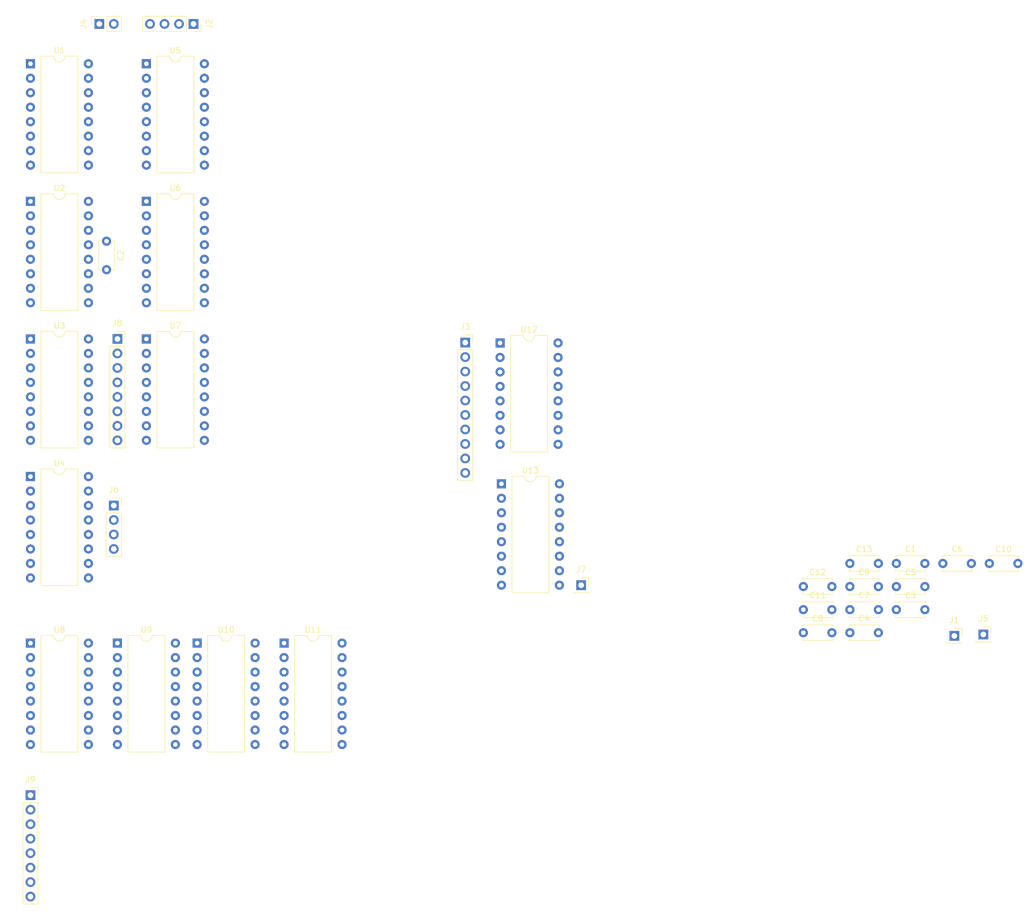
<source format=kicad_pcb>
(kicad_pcb (version 20171130) (host pcbnew "(5.1.4)-1")

  (general
    (thickness 1.6)
    (drawings 0)
    (tracks 0)
    (zones 0)
    (modules 35)
    (nets 81)
  )

  (page A4)
  (layers
    (0 F.Cu signal)
    (31 B.Cu signal)
    (32 B.Adhes user)
    (33 F.Adhes user)
    (34 B.Paste user)
    (35 F.Paste user)
    (36 B.SilkS user)
    (37 F.SilkS user)
    (38 B.Mask user)
    (39 F.Mask user)
    (40 Dwgs.User user)
    (41 Cmts.User user)
    (42 Eco1.User user)
    (43 Eco2.User user)
    (44 Edge.Cuts user)
    (45 Margin user)
    (46 B.CrtYd user)
    (47 F.CrtYd user)
    (48 B.Fab user)
    (49 F.Fab user)
  )

  (setup
    (last_trace_width 0.25)
    (trace_clearance 0.2)
    (zone_clearance 0.508)
    (zone_45_only no)
    (trace_min 0.2)
    (via_size 0.8)
    (via_drill 0.4)
    (via_min_size 0.4)
    (via_min_drill 0.3)
    (uvia_size 0.3)
    (uvia_drill 0.1)
    (uvias_allowed no)
    (uvia_min_size 0.2)
    (uvia_min_drill 0.1)
    (edge_width 0.05)
    (segment_width 0.2)
    (pcb_text_width 0.3)
    (pcb_text_size 1.5 1.5)
    (mod_edge_width 0.12)
    (mod_text_size 1 1)
    (mod_text_width 0.15)
    (pad_size 1.524 1.524)
    (pad_drill 0.762)
    (pad_to_mask_clearance 0.051)
    (solder_mask_min_width 0.25)
    (aux_axis_origin 0 0)
    (visible_elements 7FFFFFFF)
    (pcbplotparams
      (layerselection 0x010fc_ffffffff)
      (usegerberextensions false)
      (usegerberattributes false)
      (usegerberadvancedattributes false)
      (creategerberjobfile false)
      (excludeedgelayer true)
      (linewidth 0.100000)
      (plotframeref false)
      (viasonmask false)
      (mode 1)
      (useauxorigin false)
      (hpglpennumber 1)
      (hpglpenspeed 20)
      (hpglpendiameter 15.000000)
      (psnegative false)
      (psa4output false)
      (plotreference true)
      (plotvalue true)
      (plotinvisibletext false)
      (padsonsilk false)
      (subtractmaskfromsilk false)
      (outputformat 1)
      (mirror false)
      (drillshape 1)
      (scaleselection 1)
      (outputdirectory ""))
  )

  (net 0 "")
  (net 1 GND)
  (net 2 VCC)
  (net 3 /op3)
  (net 4 /op2)
  (net 5 /op1)
  (net 6 /op0)
  (net 7 /DR12)
  (net 8 /DR9)
  (net 9 /DR7)
  (net 10 /DR6)
  (net 11 /DR5)
  (net 12 /DR4)
  (net 13 /DR3)
  (net 14 /DR2)
  (net 15 /DR1)
  (net 16 /DR0)
  (net 17 /RESET)
  (net 18 /CLOCK)
  (net 19 /A3)
  (net 20 /A2)
  (net 21 /A1)
  (net 22 /A0)
  (net 23 /DECIO)
  (net 24 /o7)
  (net 25 /o6)
  (net 26 /o5)
  (net 27 /o4)
  (net 28 /o3)
  (net 29 /o2)
  (net 30 /o1)
  (net 31 /o0)
  (net 32 /i7)
  (net 33 /i6)
  (net 34 /i5)
  (net 35 /i4)
  (net 36 /i3)
  (net 37 /i2)
  (net 38 /i1)
  (net 39 /i0)
  (net 40 "Net-(U1-Pad15)")
  (net 41 /a0)
  (net 42 /s3)
  (net 43 /a1)
  (net 44 /s2)
  (net 45 /a2)
  (net 46 /s1)
  (net 47 /a3)
  (net 48 /s0)
  (net 49 "Net-(U2-Pad15)")
  (net 50 /b0)
  (net 51 /b1)
  (net 52 /b2)
  (net 53 /b3)
  (net 54 "Net-(U3-Pad15)")
  (net 55 "Net-(U4-Pad15)")
  (net 56 "Net-(U5-Pad15)")
  (net 57 /a4)
  (net 58 /s7)
  (net 59 /a5)
  (net 60 /s6)
  (net 61 /a6)
  (net 62 /s5)
  (net 63 /a7)
  (net 64 /s4)
  (net 65 "Net-(U6-Pad15)")
  (net 66 /b4)
  (net 67 /b5)
  (net 68 /b6)
  (net 69 /b7)
  (net 70 "Net-(U7-Pad15)")
  (net 71 /is0)
  (net 72 /is1)
  (net 73 /is2)
  (net 74 /is3)
  (net 75 /is4)
  (net 76 /is5)
  (net 77 /is6)
  (net 78 /is7)
  (net 79 "Net-(U12-Pad7)")
  (net 80 "Net-(U12-Pad9)")

  (net_class Default "これはデフォルトのネット クラスです。"
    (clearance 0.2)
    (trace_width 0.25)
    (via_dia 0.8)
    (via_drill 0.4)
    (uvia_dia 0.3)
    (uvia_drill 0.1)
    (add_net /A0)
    (add_net /A1)
    (add_net /A2)
    (add_net /A3)
    (add_net /CLOCK)
    (add_net /DECIO)
    (add_net /DR0)
    (add_net /DR1)
    (add_net /DR12)
    (add_net /DR2)
    (add_net /DR3)
    (add_net /DR4)
    (add_net /DR5)
    (add_net /DR6)
    (add_net /DR7)
    (add_net /DR9)
    (add_net /RESET)
    (add_net /a0)
    (add_net /a1)
    (add_net /a2)
    (add_net /a3)
    (add_net /a4)
    (add_net /a5)
    (add_net /a6)
    (add_net /a7)
    (add_net /b0)
    (add_net /b1)
    (add_net /b2)
    (add_net /b3)
    (add_net /b4)
    (add_net /b5)
    (add_net /b6)
    (add_net /b7)
    (add_net /i0)
    (add_net /i1)
    (add_net /i2)
    (add_net /i3)
    (add_net /i4)
    (add_net /i5)
    (add_net /i6)
    (add_net /i7)
    (add_net /is0)
    (add_net /is1)
    (add_net /is2)
    (add_net /is3)
    (add_net /is4)
    (add_net /is5)
    (add_net /is6)
    (add_net /is7)
    (add_net /o0)
    (add_net /o1)
    (add_net /o2)
    (add_net /o3)
    (add_net /o4)
    (add_net /o5)
    (add_net /o6)
    (add_net /o7)
    (add_net /op0)
    (add_net /op1)
    (add_net /op2)
    (add_net /op3)
    (add_net /s0)
    (add_net /s1)
    (add_net /s2)
    (add_net /s3)
    (add_net /s4)
    (add_net /s5)
    (add_net /s6)
    (add_net /s7)
    (add_net GND)
    (add_net "Net-(U1-Pad15)")
    (add_net "Net-(U12-Pad7)")
    (add_net "Net-(U12-Pad9)")
    (add_net "Net-(U2-Pad15)")
    (add_net "Net-(U3-Pad15)")
    (add_net "Net-(U4-Pad15)")
    (add_net "Net-(U5-Pad15)")
    (add_net "Net-(U6-Pad15)")
    (add_net "Net-(U7-Pad15)")
    (add_net VCC)
  )

  (module Package_DIP:DIP-16_W10.16mm (layer F.Cu) (tedit 5A02E8C5) (tstamp 5E5F6122)
    (at 29.845 109.22)
    (descr "16-lead though-hole mounted DIP package, row spacing 10.16 mm (400 mils)")
    (tags "THT DIP DIL PDIP 2.54mm 10.16mm 400mil")
    (path /5E622266)
    (fp_text reference U13 (at 5.08 -2.33) (layer F.SilkS)
      (effects (font (size 1 1) (thickness 0.15)))
    )
    (fp_text value CD74HC283 (at 5.08 20.11) (layer F.Fab)
      (effects (font (size 1 1) (thickness 0.15)))
    )
    (fp_text user %R (at 5.08 8.89) (layer F.Fab)
      (effects (font (size 1 1) (thickness 0.15)))
    )
    (fp_line (start 11.25 -1.55) (end -1.05 -1.55) (layer F.CrtYd) (width 0.05))
    (fp_line (start 11.25 19.3) (end 11.25 -1.55) (layer F.CrtYd) (width 0.05))
    (fp_line (start -1.05 19.3) (end 11.25 19.3) (layer F.CrtYd) (width 0.05))
    (fp_line (start -1.05 -1.55) (end -1.05 19.3) (layer F.CrtYd) (width 0.05))
    (fp_line (start 8.315 -1.33) (end 6.08 -1.33) (layer F.SilkS) (width 0.12))
    (fp_line (start 8.315 19.11) (end 8.315 -1.33) (layer F.SilkS) (width 0.12))
    (fp_line (start 1.845 19.11) (end 8.315 19.11) (layer F.SilkS) (width 0.12))
    (fp_line (start 1.845 -1.33) (end 1.845 19.11) (layer F.SilkS) (width 0.12))
    (fp_line (start 4.08 -1.33) (end 1.845 -1.33) (layer F.SilkS) (width 0.12))
    (fp_line (start 1.905 -0.27) (end 2.905 -1.27) (layer F.Fab) (width 0.1))
    (fp_line (start 1.905 19.05) (end 1.905 -0.27) (layer F.Fab) (width 0.1))
    (fp_line (start 8.255 19.05) (end 1.905 19.05) (layer F.Fab) (width 0.1))
    (fp_line (start 8.255 -1.27) (end 8.255 19.05) (layer F.Fab) (width 0.1))
    (fp_line (start 2.905 -1.27) (end 8.255 -1.27) (layer F.Fab) (width 0.1))
    (fp_arc (start 5.08 -1.33) (end 4.08 -1.33) (angle -180) (layer F.SilkS) (width 0.12))
    (pad 16 thru_hole oval (at 10.16 0) (size 1.6 1.6) (drill 0.8) (layers *.Cu *.Mask)
      (net 2 VCC))
    (pad 8 thru_hole oval (at 0 17.78) (size 1.6 1.6) (drill 0.8) (layers *.Cu *.Mask)
      (net 1 GND))
    (pad 15 thru_hole oval (at 10.16 2.54) (size 1.6 1.6) (drill 0.8) (layers *.Cu *.Mask)
      (net 10 /DR6))
    (pad 7 thru_hole oval (at 0 15.24) (size 1.6 1.6) (drill 0.8) (layers *.Cu *.Mask)
      (net 80 "Net-(U12-Pad9)"))
    (pad 14 thru_hole oval (at 10.16 5.08) (size 1.6 1.6) (drill 0.8) (layers *.Cu *.Mask)
      (net 77 /is6))
    (pad 6 thru_hole oval (at 0 12.7) (size 1.6 1.6) (drill 0.8) (layers *.Cu *.Mask)
      (net 12 /DR4))
    (pad 13 thru_hole oval (at 10.16 7.62) (size 1.6 1.6) (drill 0.8) (layers *.Cu *.Mask)
      (net 60 /s6))
    (pad 5 thru_hole oval (at 0 10.16) (size 1.6 1.6) (drill 0.8) (layers *.Cu *.Mask)
      (net 75 /is4))
    (pad 12 thru_hole oval (at 10.16 10.16) (size 1.6 1.6) (drill 0.8) (layers *.Cu *.Mask)
      (net 78 /is7))
    (pad 4 thru_hole oval (at 0 7.62) (size 1.6 1.6) (drill 0.8) (layers *.Cu *.Mask)
      (net 64 /s4))
    (pad 11 thru_hole oval (at 10.16 12.7) (size 1.6 1.6) (drill 0.8) (layers *.Cu *.Mask)
      (net 9 /DR7))
    (pad 3 thru_hole oval (at 0 5.08) (size 1.6 1.6) (drill 0.8) (layers *.Cu *.Mask)
      (net 76 /is5))
    (pad 10 thru_hole oval (at 10.16 15.24) (size 1.6 1.6) (drill 0.8) (layers *.Cu *.Mask)
      (net 58 /s7))
    (pad 2 thru_hole oval (at 0 2.54) (size 1.6 1.6) (drill 0.8) (layers *.Cu *.Mask)
      (net 11 /DR5))
    (pad 9 thru_hole oval (at 10.16 17.78) (size 1.6 1.6) (drill 0.8) (layers *.Cu *.Mask)
      (net 23 /DECIO))
    (pad 1 thru_hole rect (at 0 0) (size 1.6 1.6) (drill 0.8) (layers *.Cu *.Mask)
      (net 62 /s5))
    (model ${KISYS3DMOD}/Package_DIP.3dshapes/DIP-16_W10.16mm.wrl
      (at (xyz 0 0 0))
      (scale (xyz 1 1 1))
      (rotate (xyz 0 0 0))
    )
  )

  (module Package_DIP:DIP-16_W10.16mm (layer F.Cu) (tedit 5A02E8C5) (tstamp 5E5F60FE)
    (at 29.605 84.52)
    (descr "16-lead though-hole mounted DIP package, row spacing 10.16 mm (400 mils)")
    (tags "THT DIP DIL PDIP 2.54mm 10.16mm 400mil")
    (path /5E62226C)
    (fp_text reference U12 (at 5.08 -2.33) (layer F.SilkS)
      (effects (font (size 1 1) (thickness 0.15)))
    )
    (fp_text value CD74HC283 (at 5.08 20.11) (layer F.Fab)
      (effects (font (size 1 1) (thickness 0.15)))
    )
    (fp_text user %R (at 5.08 8.89) (layer F.Fab)
      (effects (font (size 1 1) (thickness 0.15)))
    )
    (fp_line (start 11.25 -1.55) (end -1.05 -1.55) (layer F.CrtYd) (width 0.05))
    (fp_line (start 11.25 19.3) (end 11.25 -1.55) (layer F.CrtYd) (width 0.05))
    (fp_line (start -1.05 19.3) (end 11.25 19.3) (layer F.CrtYd) (width 0.05))
    (fp_line (start -1.05 -1.55) (end -1.05 19.3) (layer F.CrtYd) (width 0.05))
    (fp_line (start 8.315 -1.33) (end 6.08 -1.33) (layer F.SilkS) (width 0.12))
    (fp_line (start 8.315 19.11) (end 8.315 -1.33) (layer F.SilkS) (width 0.12))
    (fp_line (start 1.845 19.11) (end 8.315 19.11) (layer F.SilkS) (width 0.12))
    (fp_line (start 1.845 -1.33) (end 1.845 19.11) (layer F.SilkS) (width 0.12))
    (fp_line (start 4.08 -1.33) (end 1.845 -1.33) (layer F.SilkS) (width 0.12))
    (fp_line (start 1.905 -0.27) (end 2.905 -1.27) (layer F.Fab) (width 0.1))
    (fp_line (start 1.905 19.05) (end 1.905 -0.27) (layer F.Fab) (width 0.1))
    (fp_line (start 8.255 19.05) (end 1.905 19.05) (layer F.Fab) (width 0.1))
    (fp_line (start 8.255 -1.27) (end 8.255 19.05) (layer F.Fab) (width 0.1))
    (fp_line (start 2.905 -1.27) (end 8.255 -1.27) (layer F.Fab) (width 0.1))
    (fp_arc (start 5.08 -1.33) (end 4.08 -1.33) (angle -180) (layer F.SilkS) (width 0.12))
    (pad 16 thru_hole oval (at 10.16 0) (size 1.6 1.6) (drill 0.8) (layers *.Cu *.Mask)
      (net 2 VCC))
    (pad 8 thru_hole oval (at 0 17.78) (size 1.6 1.6) (drill 0.8) (layers *.Cu *.Mask)
      (net 1 GND))
    (pad 15 thru_hole oval (at 10.16 2.54) (size 1.6 1.6) (drill 0.8) (layers *.Cu *.Mask)
      (net 14 /DR2))
    (pad 7 thru_hole oval (at 0 15.24) (size 1.6 1.6) (drill 0.8) (layers *.Cu *.Mask)
      (net 79 "Net-(U12-Pad7)"))
    (pad 14 thru_hole oval (at 10.16 5.08) (size 1.6 1.6) (drill 0.8) (layers *.Cu *.Mask)
      (net 73 /is2))
    (pad 6 thru_hole oval (at 0 12.7) (size 1.6 1.6) (drill 0.8) (layers *.Cu *.Mask)
      (net 16 /DR0))
    (pad 13 thru_hole oval (at 10.16 7.62) (size 1.6 1.6) (drill 0.8) (layers *.Cu *.Mask)
      (net 44 /s2))
    (pad 5 thru_hole oval (at 0 10.16) (size 1.6 1.6) (drill 0.8) (layers *.Cu *.Mask)
      (net 71 /is0))
    (pad 12 thru_hole oval (at 10.16 10.16) (size 1.6 1.6) (drill 0.8) (layers *.Cu *.Mask)
      (net 74 /is3))
    (pad 4 thru_hole oval (at 0 7.62) (size 1.6 1.6) (drill 0.8) (layers *.Cu *.Mask)
      (net 48 /s0))
    (pad 11 thru_hole oval (at 10.16 12.7) (size 1.6 1.6) (drill 0.8) (layers *.Cu *.Mask)
      (net 13 /DR3))
    (pad 3 thru_hole oval (at 0 5.08) (size 1.6 1.6) (drill 0.8) (layers *.Cu *.Mask)
      (net 72 /is1))
    (pad 10 thru_hole oval (at 10.16 15.24) (size 1.6 1.6) (drill 0.8) (layers *.Cu *.Mask)
      (net 42 /s3))
    (pad 2 thru_hole oval (at 0 2.54) (size 1.6 1.6) (drill 0.8) (layers *.Cu *.Mask)
      (net 15 /DR1))
    (pad 9 thru_hole oval (at 10.16 17.78) (size 1.6 1.6) (drill 0.8) (layers *.Cu *.Mask)
      (net 80 "Net-(U12-Pad9)"))
    (pad 1 thru_hole rect (at 0 0) (size 1.6 1.6) (drill 0.8) (layers *.Cu *.Mask)
      (net 46 /s1))
    (model ${KISYS3DMOD}/Package_DIP.3dshapes/DIP-16_W10.16mm.wrl
      (at (xyz 0 0 0))
      (scale (xyz 1 1 1))
      (rotate (xyz 0 0 0))
    )
  )

  (module Package_DIP:DIP-16_W10.16mm (layer F.Cu) (tedit 5A02E8C5) (tstamp 5E5F60DA)
    (at -8.255 137.16)
    (descr "16-lead though-hole mounted DIP package, row spacing 10.16 mm (400 mils)")
    (tags "THT DIP DIL PDIP 2.54mm 10.16mm 400mil")
    (path /5E6221D7)
    (fp_text reference U11 (at 5.08 -2.33) (layer F.SilkS)
      (effects (font (size 1 1) (thickness 0.15)))
    )
    (fp_text value CD74HC153 (at 5.08 20.11) (layer F.Fab)
      (effects (font (size 1 1) (thickness 0.15)))
    )
    (fp_text user %R (at 5.94 12) (layer F.Fab)
      (effects (font (size 1 1) (thickness 0.15)))
    )
    (fp_line (start 11.25 -1.55) (end -1.05 -1.55) (layer F.CrtYd) (width 0.05))
    (fp_line (start 11.25 19.3) (end 11.25 -1.55) (layer F.CrtYd) (width 0.05))
    (fp_line (start -1.05 19.3) (end 11.25 19.3) (layer F.CrtYd) (width 0.05))
    (fp_line (start -1.05 -1.55) (end -1.05 19.3) (layer F.CrtYd) (width 0.05))
    (fp_line (start 8.315 -1.33) (end 6.08 -1.33) (layer F.SilkS) (width 0.12))
    (fp_line (start 8.315 19.11) (end 8.315 -1.33) (layer F.SilkS) (width 0.12))
    (fp_line (start 1.845 19.11) (end 8.315 19.11) (layer F.SilkS) (width 0.12))
    (fp_line (start 1.845 -1.33) (end 1.845 19.11) (layer F.SilkS) (width 0.12))
    (fp_line (start 4.08 -1.33) (end 1.845 -1.33) (layer F.SilkS) (width 0.12))
    (fp_line (start 1.905 -0.27) (end 2.905 -1.27) (layer F.Fab) (width 0.1))
    (fp_line (start 1.905 19.05) (end 1.905 -0.27) (layer F.Fab) (width 0.1))
    (fp_line (start 8.255 19.05) (end 1.905 19.05) (layer F.Fab) (width 0.1))
    (fp_line (start 8.255 -1.27) (end 8.255 19.05) (layer F.Fab) (width 0.1))
    (fp_line (start 2.905 -1.27) (end 8.255 -1.27) (layer F.Fab) (width 0.1))
    (fp_arc (start 5.08 -1.33) (end 4.08 -1.33) (angle -180) (layer F.SilkS) (width 0.12))
    (pad 16 thru_hole oval (at 10.16 0) (size 1.6 1.6) (drill 0.8) (layers *.Cu *.Mask)
      (net 2 VCC))
    (pad 8 thru_hole oval (at 0 17.78) (size 1.6 1.6) (drill 0.8) (layers *.Cu *.Mask)
      (net 1 GND))
    (pad 15 thru_hole oval (at 10.16 2.54) (size 1.6 1.6) (drill 0.8) (layers *.Cu *.Mask)
      (net 1 GND))
    (pad 7 thru_hole oval (at 0 15.24) (size 1.6 1.6) (drill 0.8) (layers *.Cu *.Mask)
      (net 77 /is6))
    (pad 14 thru_hole oval (at 10.16 5.08) (size 1.6 1.6) (drill 0.8) (layers *.Cu *.Mask)
      (net 7 /DR12))
    (pad 6 thru_hole oval (at 0 12.7) (size 1.6 1.6) (drill 0.8) (layers *.Cu *.Mask)
      (net 61 /a6))
    (pad 13 thru_hole oval (at 10.16 7.62) (size 1.6 1.6) (drill 0.8) (layers *.Cu *.Mask)
      (net 1 GND))
    (pad 5 thru_hole oval (at 0 10.16) (size 1.6 1.6) (drill 0.8) (layers *.Cu *.Mask)
      (net 68 /b6))
    (pad 12 thru_hole oval (at 10.16 10.16) (size 1.6 1.6) (drill 0.8) (layers *.Cu *.Mask)
      (net 32 /i7))
    (pad 4 thru_hole oval (at 0 7.62) (size 1.6 1.6) (drill 0.8) (layers *.Cu *.Mask)
      (net 33 /i6))
    (pad 11 thru_hole oval (at 10.16 12.7) (size 1.6 1.6) (drill 0.8) (layers *.Cu *.Mask)
      (net 69 /b7))
    (pad 3 thru_hole oval (at 0 5.08) (size 1.6 1.6) (drill 0.8) (layers *.Cu *.Mask)
      (net 1 GND))
    (pad 10 thru_hole oval (at 10.16 15.24) (size 1.6 1.6) (drill 0.8) (layers *.Cu *.Mask)
      (net 63 /a7))
    (pad 2 thru_hole oval (at 0 2.54) (size 1.6 1.6) (drill 0.8) (layers *.Cu *.Mask)
      (net 8 /DR9))
    (pad 9 thru_hole oval (at 10.16 17.78) (size 1.6 1.6) (drill 0.8) (layers *.Cu *.Mask)
      (net 78 /is7))
    (pad 1 thru_hole rect (at 0 0) (size 1.6 1.6) (drill 0.8) (layers *.Cu *.Mask)
      (net 1 GND))
    (model ${KISYS3DMOD}/Package_DIP.3dshapes/DIP-16_W10.16mm.wrl
      (at (xyz 0 0 0))
      (scale (xyz 1 1 1))
      (rotate (xyz 0 0 0))
    )
  )

  (module Package_DIP:DIP-16_W10.16mm (layer F.Cu) (tedit 5A02E8C5) (tstamp 5E5F60B6)
    (at -23.495 137.16)
    (descr "16-lead though-hole mounted DIP package, row spacing 10.16 mm (400 mils)")
    (tags "THT DIP DIL PDIP 2.54mm 10.16mm 400mil")
    (path /5E622224)
    (fp_text reference U10 (at 5.08 -2.33) (layer F.SilkS)
      (effects (font (size 1 1) (thickness 0.15)))
    )
    (fp_text value CD74HC153 (at 5.08 20.11) (layer F.Fab)
      (effects (font (size 1 1) (thickness 0.15)))
    )
    (fp_text user %R (at 5.08 8.89) (layer F.Fab)
      (effects (font (size 1 1) (thickness 0.15)))
    )
    (fp_line (start 11.25 -1.55) (end -1.05 -1.55) (layer F.CrtYd) (width 0.05))
    (fp_line (start 11.25 19.3) (end 11.25 -1.55) (layer F.CrtYd) (width 0.05))
    (fp_line (start -1.05 19.3) (end 11.25 19.3) (layer F.CrtYd) (width 0.05))
    (fp_line (start -1.05 -1.55) (end -1.05 19.3) (layer F.CrtYd) (width 0.05))
    (fp_line (start 8.315 -1.33) (end 6.08 -1.33) (layer F.SilkS) (width 0.12))
    (fp_line (start 8.315 19.11) (end 8.315 -1.33) (layer F.SilkS) (width 0.12))
    (fp_line (start 1.845 19.11) (end 8.315 19.11) (layer F.SilkS) (width 0.12))
    (fp_line (start 1.845 -1.33) (end 1.845 19.11) (layer F.SilkS) (width 0.12))
    (fp_line (start 4.08 -1.33) (end 1.845 -1.33) (layer F.SilkS) (width 0.12))
    (fp_line (start 1.905 -0.27) (end 2.905 -1.27) (layer F.Fab) (width 0.1))
    (fp_line (start 1.905 19.05) (end 1.905 -0.27) (layer F.Fab) (width 0.1))
    (fp_line (start 8.255 19.05) (end 1.905 19.05) (layer F.Fab) (width 0.1))
    (fp_line (start 8.255 -1.27) (end 8.255 19.05) (layer F.Fab) (width 0.1))
    (fp_line (start 2.905 -1.27) (end 8.255 -1.27) (layer F.Fab) (width 0.1))
    (fp_arc (start 5.08 -1.33) (end 4.08 -1.33) (angle -180) (layer F.SilkS) (width 0.12))
    (pad 16 thru_hole oval (at 10.16 0) (size 1.6 1.6) (drill 0.8) (layers *.Cu *.Mask)
      (net 2 VCC))
    (pad 8 thru_hole oval (at 0 17.78) (size 1.6 1.6) (drill 0.8) (layers *.Cu *.Mask)
      (net 1 GND))
    (pad 15 thru_hole oval (at 10.16 2.54) (size 1.6 1.6) (drill 0.8) (layers *.Cu *.Mask)
      (net 1 GND))
    (pad 7 thru_hole oval (at 0 15.24) (size 1.6 1.6) (drill 0.8) (layers *.Cu *.Mask)
      (net 75 /is4))
    (pad 14 thru_hole oval (at 10.16 5.08) (size 1.6 1.6) (drill 0.8) (layers *.Cu *.Mask)
      (net 7 /DR12))
    (pad 6 thru_hole oval (at 0 12.7) (size 1.6 1.6) (drill 0.8) (layers *.Cu *.Mask)
      (net 57 /a4))
    (pad 13 thru_hole oval (at 10.16 7.62) (size 1.6 1.6) (drill 0.8) (layers *.Cu *.Mask)
      (net 1 GND))
    (pad 5 thru_hole oval (at 0 10.16) (size 1.6 1.6) (drill 0.8) (layers *.Cu *.Mask)
      (net 66 /b4))
    (pad 12 thru_hole oval (at 10.16 10.16) (size 1.6 1.6) (drill 0.8) (layers *.Cu *.Mask)
      (net 34 /i5))
    (pad 4 thru_hole oval (at 0 7.62) (size 1.6 1.6) (drill 0.8) (layers *.Cu *.Mask)
      (net 35 /i4))
    (pad 11 thru_hole oval (at 10.16 12.7) (size 1.6 1.6) (drill 0.8) (layers *.Cu *.Mask)
      (net 67 /b5))
    (pad 3 thru_hole oval (at 0 5.08) (size 1.6 1.6) (drill 0.8) (layers *.Cu *.Mask)
      (net 1 GND))
    (pad 10 thru_hole oval (at 10.16 15.24) (size 1.6 1.6) (drill 0.8) (layers *.Cu *.Mask)
      (net 59 /a5))
    (pad 2 thru_hole oval (at 0 2.54) (size 1.6 1.6) (drill 0.8) (layers *.Cu *.Mask)
      (net 8 /DR9))
    (pad 9 thru_hole oval (at 10.16 17.78) (size 1.6 1.6) (drill 0.8) (layers *.Cu *.Mask)
      (net 76 /is5))
    (pad 1 thru_hole rect (at 0 0) (size 1.6 1.6) (drill 0.8) (layers *.Cu *.Mask)
      (net 1 GND))
    (model ${KISYS3DMOD}/Package_DIP.3dshapes/DIP-16_W10.16mm.wrl
      (at (xyz 0 0 0))
      (scale (xyz 1 1 1))
      (rotate (xyz 0 0 0))
    )
  )

  (module Package_DIP:DIP-16_W10.16mm (layer F.Cu) (tedit 5A02E8C5) (tstamp 5E5F6092)
    (at -37.465 137.16)
    (descr "16-lead though-hole mounted DIP package, row spacing 10.16 mm (400 mils)")
    (tags "THT DIP DIL PDIP 2.54mm 10.16mm 400mil")
    (path /5E622199)
    (fp_text reference U9 (at 5.08 -2.33) (layer F.SilkS)
      (effects (font (size 1 1) (thickness 0.15)))
    )
    (fp_text value CD74HC153 (at 5.08 20.11) (layer F.Fab)
      (effects (font (size 1 1) (thickness 0.15)))
    )
    (fp_text user %R (at 5.08 8.89) (layer F.Fab)
      (effects (font (size 1 1) (thickness 0.15)))
    )
    (fp_line (start 11.25 -1.55) (end -1.05 -1.55) (layer F.CrtYd) (width 0.05))
    (fp_line (start 11.25 19.3) (end 11.25 -1.55) (layer F.CrtYd) (width 0.05))
    (fp_line (start -1.05 19.3) (end 11.25 19.3) (layer F.CrtYd) (width 0.05))
    (fp_line (start -1.05 -1.55) (end -1.05 19.3) (layer F.CrtYd) (width 0.05))
    (fp_line (start 8.315 -1.33) (end 6.08 -1.33) (layer F.SilkS) (width 0.12))
    (fp_line (start 8.315 19.11) (end 8.315 -1.33) (layer F.SilkS) (width 0.12))
    (fp_line (start 1.845 19.11) (end 8.315 19.11) (layer F.SilkS) (width 0.12))
    (fp_line (start 1.845 -1.33) (end 1.845 19.11) (layer F.SilkS) (width 0.12))
    (fp_line (start 4.08 -1.33) (end 1.845 -1.33) (layer F.SilkS) (width 0.12))
    (fp_line (start 1.905 -0.27) (end 2.905 -1.27) (layer F.Fab) (width 0.1))
    (fp_line (start 1.905 19.05) (end 1.905 -0.27) (layer F.Fab) (width 0.1))
    (fp_line (start 8.255 19.05) (end 1.905 19.05) (layer F.Fab) (width 0.1))
    (fp_line (start 8.255 -1.27) (end 8.255 19.05) (layer F.Fab) (width 0.1))
    (fp_line (start 2.905 -1.27) (end 8.255 -1.27) (layer F.Fab) (width 0.1))
    (fp_arc (start 5.08 -1.33) (end 4.08 -1.33) (angle -180) (layer F.SilkS) (width 0.12))
    (pad 16 thru_hole oval (at 10.16 0) (size 1.6 1.6) (drill 0.8) (layers *.Cu *.Mask)
      (net 2 VCC))
    (pad 8 thru_hole oval (at 0 17.78) (size 1.6 1.6) (drill 0.8) (layers *.Cu *.Mask)
      (net 1 GND))
    (pad 15 thru_hole oval (at 10.16 2.54) (size 1.6 1.6) (drill 0.8) (layers *.Cu *.Mask)
      (net 1 GND))
    (pad 7 thru_hole oval (at 0 15.24) (size 1.6 1.6) (drill 0.8) (layers *.Cu *.Mask)
      (net 73 /is2))
    (pad 14 thru_hole oval (at 10.16 5.08) (size 1.6 1.6) (drill 0.8) (layers *.Cu *.Mask)
      (net 7 /DR12))
    (pad 6 thru_hole oval (at 0 12.7) (size 1.6 1.6) (drill 0.8) (layers *.Cu *.Mask)
      (net 45 /a2))
    (pad 13 thru_hole oval (at 10.16 7.62) (size 1.6 1.6) (drill 0.8) (layers *.Cu *.Mask)
      (net 1 GND))
    (pad 5 thru_hole oval (at 0 10.16) (size 1.6 1.6) (drill 0.8) (layers *.Cu *.Mask)
      (net 52 /b2))
    (pad 12 thru_hole oval (at 10.16 10.16) (size 1.6 1.6) (drill 0.8) (layers *.Cu *.Mask)
      (net 36 /i3))
    (pad 4 thru_hole oval (at 0 7.62) (size 1.6 1.6) (drill 0.8) (layers *.Cu *.Mask)
      (net 37 /i2))
    (pad 11 thru_hole oval (at 10.16 12.7) (size 1.6 1.6) (drill 0.8) (layers *.Cu *.Mask)
      (net 53 /b3))
    (pad 3 thru_hole oval (at 0 5.08) (size 1.6 1.6) (drill 0.8) (layers *.Cu *.Mask)
      (net 1 GND))
    (pad 10 thru_hole oval (at 10.16 15.24) (size 1.6 1.6) (drill 0.8) (layers *.Cu *.Mask)
      (net 47 /a3))
    (pad 2 thru_hole oval (at 0 2.54) (size 1.6 1.6) (drill 0.8) (layers *.Cu *.Mask)
      (net 8 /DR9))
    (pad 9 thru_hole oval (at 10.16 17.78) (size 1.6 1.6) (drill 0.8) (layers *.Cu *.Mask)
      (net 74 /is3))
    (pad 1 thru_hole rect (at 0 0) (size 1.6 1.6) (drill 0.8) (layers *.Cu *.Mask)
      (net 1 GND))
    (model ${KISYS3DMOD}/Package_DIP.3dshapes/DIP-16_W10.16mm.wrl
      (at (xyz 0 0 0))
      (scale (xyz 1 1 1))
      (rotate (xyz 0 0 0))
    )
  )

  (module Package_DIP:DIP-16_W10.16mm (layer F.Cu) (tedit 5A02E8C5) (tstamp 5E5F606E)
    (at -52.705 137.16)
    (descr "16-lead though-hole mounted DIP package, row spacing 10.16 mm (400 mils)")
    (tags "THT DIP DIL PDIP 2.54mm 10.16mm 400mil")
    (path /5E622181)
    (fp_text reference U8 (at 5.08 -2.33) (layer F.SilkS)
      (effects (font (size 1 1) (thickness 0.15)))
    )
    (fp_text value CD74HC153 (at 5.08 20.11) (layer F.Fab)
      (effects (font (size 1 1) (thickness 0.15)))
    )
    (fp_text user %R (at 5.08 8.89) (layer F.Fab)
      (effects (font (size 1 1) (thickness 0.15)))
    )
    (fp_line (start 11.25 -1.55) (end -1.05 -1.55) (layer F.CrtYd) (width 0.05))
    (fp_line (start 11.25 19.3) (end 11.25 -1.55) (layer F.CrtYd) (width 0.05))
    (fp_line (start -1.05 19.3) (end 11.25 19.3) (layer F.CrtYd) (width 0.05))
    (fp_line (start -1.05 -1.55) (end -1.05 19.3) (layer F.CrtYd) (width 0.05))
    (fp_line (start 8.315 -1.33) (end 6.08 -1.33) (layer F.SilkS) (width 0.12))
    (fp_line (start 8.315 19.11) (end 8.315 -1.33) (layer F.SilkS) (width 0.12))
    (fp_line (start 1.845 19.11) (end 8.315 19.11) (layer F.SilkS) (width 0.12))
    (fp_line (start 1.845 -1.33) (end 1.845 19.11) (layer F.SilkS) (width 0.12))
    (fp_line (start 4.08 -1.33) (end 1.845 -1.33) (layer F.SilkS) (width 0.12))
    (fp_line (start 1.905 -0.27) (end 2.905 -1.27) (layer F.Fab) (width 0.1))
    (fp_line (start 1.905 19.05) (end 1.905 -0.27) (layer F.Fab) (width 0.1))
    (fp_line (start 8.255 19.05) (end 1.905 19.05) (layer F.Fab) (width 0.1))
    (fp_line (start 8.255 -1.27) (end 8.255 19.05) (layer F.Fab) (width 0.1))
    (fp_line (start 2.905 -1.27) (end 8.255 -1.27) (layer F.Fab) (width 0.1))
    (fp_arc (start 5.08 -1.33) (end 4.08 -1.33) (angle -180) (layer F.SilkS) (width 0.12))
    (pad 16 thru_hole oval (at 10.16 0) (size 1.6 1.6) (drill 0.8) (layers *.Cu *.Mask)
      (net 2 VCC))
    (pad 8 thru_hole oval (at 0 17.78) (size 1.6 1.6) (drill 0.8) (layers *.Cu *.Mask)
      (net 1 GND))
    (pad 15 thru_hole oval (at 10.16 2.54) (size 1.6 1.6) (drill 0.8) (layers *.Cu *.Mask)
      (net 1 GND))
    (pad 7 thru_hole oval (at 0 15.24) (size 1.6 1.6) (drill 0.8) (layers *.Cu *.Mask)
      (net 71 /is0))
    (pad 14 thru_hole oval (at 10.16 5.08) (size 1.6 1.6) (drill 0.8) (layers *.Cu *.Mask)
      (net 7 /DR12))
    (pad 6 thru_hole oval (at 0 12.7) (size 1.6 1.6) (drill 0.8) (layers *.Cu *.Mask)
      (net 41 /a0))
    (pad 13 thru_hole oval (at 10.16 7.62) (size 1.6 1.6) (drill 0.8) (layers *.Cu *.Mask)
      (net 1 GND))
    (pad 5 thru_hole oval (at 0 10.16) (size 1.6 1.6) (drill 0.8) (layers *.Cu *.Mask)
      (net 50 /b0))
    (pad 12 thru_hole oval (at 10.16 10.16) (size 1.6 1.6) (drill 0.8) (layers *.Cu *.Mask)
      (net 38 /i1))
    (pad 4 thru_hole oval (at 0 7.62) (size 1.6 1.6) (drill 0.8) (layers *.Cu *.Mask)
      (net 39 /i0))
    (pad 11 thru_hole oval (at 10.16 12.7) (size 1.6 1.6) (drill 0.8) (layers *.Cu *.Mask)
      (net 51 /b1))
    (pad 3 thru_hole oval (at 0 5.08) (size 1.6 1.6) (drill 0.8) (layers *.Cu *.Mask)
      (net 1 GND))
    (pad 10 thru_hole oval (at 10.16 15.24) (size 1.6 1.6) (drill 0.8) (layers *.Cu *.Mask)
      (net 43 /a1))
    (pad 2 thru_hole oval (at 0 2.54) (size 1.6 1.6) (drill 0.8) (layers *.Cu *.Mask)
      (net 8 /DR9))
    (pad 9 thru_hole oval (at 10.16 17.78) (size 1.6 1.6) (drill 0.8) (layers *.Cu *.Mask)
      (net 72 /is1))
    (pad 1 thru_hole rect (at 0 0) (size 1.6 1.6) (drill 0.8) (layers *.Cu *.Mask)
      (net 1 GND))
    (model ${KISYS3DMOD}/Package_DIP.3dshapes/DIP-16_W10.16mm.wrl
      (at (xyz 0 0 0))
      (scale (xyz 1 1 1))
      (rotate (xyz 0 0 0))
    )
  )

  (module Package_DIP:DIP-16_W10.16mm (layer F.Cu) (tedit 5A02E8C5) (tstamp 5E5F604A)
    (at -32.385 83.82)
    (descr "16-lead though-hole mounted DIP package, row spacing 10.16 mm (400 mils)")
    (tags "THT DIP DIL PDIP 2.54mm 10.16mm 400mil")
    (path /5E622035)
    (fp_text reference U7 (at 5.08 -2.33) (layer F.SilkS)
      (effects (font (size 1 1) (thickness 0.15)))
    )
    (fp_text value iohigh (at 5.08 20.11) (layer F.Fab)
      (effects (font (size 1 1) (thickness 0.15)))
    )
    (fp_text user %R (at 5.08 8.89) (layer F.Fab)
      (effects (font (size 1 1) (thickness 0.15)))
    )
    (fp_line (start 11.25 -1.55) (end -1.05 -1.55) (layer F.CrtYd) (width 0.05))
    (fp_line (start 11.25 19.3) (end 11.25 -1.55) (layer F.CrtYd) (width 0.05))
    (fp_line (start -1.05 19.3) (end 11.25 19.3) (layer F.CrtYd) (width 0.05))
    (fp_line (start -1.05 -1.55) (end -1.05 19.3) (layer F.CrtYd) (width 0.05))
    (fp_line (start 8.315 -1.33) (end 6.08 -1.33) (layer F.SilkS) (width 0.12))
    (fp_line (start 8.315 19.11) (end 8.315 -1.33) (layer F.SilkS) (width 0.12))
    (fp_line (start 1.845 19.11) (end 8.315 19.11) (layer F.SilkS) (width 0.12))
    (fp_line (start 1.845 -1.33) (end 1.845 19.11) (layer F.SilkS) (width 0.12))
    (fp_line (start 4.08 -1.33) (end 1.845 -1.33) (layer F.SilkS) (width 0.12))
    (fp_line (start 1.905 -0.27) (end 2.905 -1.27) (layer F.Fab) (width 0.1))
    (fp_line (start 1.905 19.05) (end 1.905 -0.27) (layer F.Fab) (width 0.1))
    (fp_line (start 8.255 19.05) (end 1.905 19.05) (layer F.Fab) (width 0.1))
    (fp_line (start 8.255 -1.27) (end 8.255 19.05) (layer F.Fab) (width 0.1))
    (fp_line (start 2.905 -1.27) (end 8.255 -1.27) (layer F.Fab) (width 0.1))
    (fp_arc (start 5.08 -1.33) (end 4.08 -1.33) (angle -180) (layer F.SilkS) (width 0.12))
    (pad 16 thru_hole oval (at 10.16 0) (size 1.6 1.6) (drill 0.8) (layers *.Cu *.Mask)
      (net 2 VCC))
    (pad 8 thru_hole oval (at 0 17.78) (size 1.6 1.6) (drill 0.8) (layers *.Cu *.Mask)
      (net 1 GND))
    (pad 15 thru_hole oval (at 10.16 2.54) (size 1.6 1.6) (drill 0.8) (layers *.Cu *.Mask)
      (net 70 "Net-(U7-Pad15)"))
    (pad 7 thru_hole oval (at 0 15.24) (size 1.6 1.6) (drill 0.8) (layers *.Cu *.Mask)
      (net 1 GND))
    (pad 14 thru_hole oval (at 10.16 5.08) (size 1.6 1.6) (drill 0.8) (layers *.Cu *.Mask)
      (net 27 /o4))
    (pad 6 thru_hole oval (at 0 12.7) (size 1.6 1.6) (drill 0.8) (layers *.Cu *.Mask)
      (net 58 /s7))
    (pad 13 thru_hole oval (at 10.16 7.62) (size 1.6 1.6) (drill 0.8) (layers *.Cu *.Mask)
      (net 26 /o5))
    (pad 5 thru_hole oval (at 0 10.16) (size 1.6 1.6) (drill 0.8) (layers *.Cu *.Mask)
      (net 60 /s6))
    (pad 12 thru_hole oval (at 10.16 10.16) (size 1.6 1.6) (drill 0.8) (layers *.Cu *.Mask)
      (net 25 /o6))
    (pad 4 thru_hole oval (at 0 7.62) (size 1.6 1.6) (drill 0.8) (layers *.Cu *.Mask)
      (net 62 /s5))
    (pad 11 thru_hole oval (at 10.16 12.7) (size 1.6 1.6) (drill 0.8) (layers *.Cu *.Mask)
      (net 24 /o7))
    (pad 3 thru_hole oval (at 0 5.08) (size 1.6 1.6) (drill 0.8) (layers *.Cu *.Mask)
      (net 64 /s4))
    (pad 10 thru_hole oval (at 10.16 15.24) (size 1.6 1.6) (drill 0.8) (layers *.Cu *.Mask)
      (net 1 GND))
    (pad 2 thru_hole oval (at 0 2.54) (size 1.6 1.6) (drill 0.8) (layers *.Cu *.Mask)
      (net 18 /CLOCK))
    (pad 9 thru_hole oval (at 10.16 17.78) (size 1.6 1.6) (drill 0.8) (layers *.Cu *.Mask)
      (net 4 /op2))
    (pad 1 thru_hole rect (at 0 0) (size 1.6 1.6) (drill 0.8) (layers *.Cu *.Mask)
      (net 17 /RESET))
    (model ${KISYS3DMOD}/Package_DIP.3dshapes/DIP-16_W10.16mm.wrl
      (at (xyz 0 0 0))
      (scale (xyz 1 1 1))
      (rotate (xyz 0 0 0))
    )
  )

  (module Package_DIP:DIP-16_W10.16mm (layer F.Cu) (tedit 5A02E8C5) (tstamp 5E5F6026)
    (at -32.385 59.69)
    (descr "16-lead though-hole mounted DIP package, row spacing 10.16 mm (400 mils)")
    (tags "THT DIP DIL PDIP 2.54mm 10.16mm 400mil")
    (path /5E622083)
    (fp_text reference U6 (at 5.08 -2.33) (layer F.SilkS)
      (effects (font (size 1 1) (thickness 0.15)))
    )
    (fp_text value RegBhigh (at 5.08 20.11) (layer F.Fab)
      (effects (font (size 1 1) (thickness 0.15)))
    )
    (fp_text user %R (at 5.08 8.89) (layer F.Fab)
      (effects (font (size 1 1) (thickness 0.15)))
    )
    (fp_line (start 11.25 -1.55) (end -1.05 -1.55) (layer F.CrtYd) (width 0.05))
    (fp_line (start 11.25 19.3) (end 11.25 -1.55) (layer F.CrtYd) (width 0.05))
    (fp_line (start -1.05 19.3) (end 11.25 19.3) (layer F.CrtYd) (width 0.05))
    (fp_line (start -1.05 -1.55) (end -1.05 19.3) (layer F.CrtYd) (width 0.05))
    (fp_line (start 8.315 -1.33) (end 6.08 -1.33) (layer F.SilkS) (width 0.12))
    (fp_line (start 8.315 19.11) (end 8.315 -1.33) (layer F.SilkS) (width 0.12))
    (fp_line (start 1.845 19.11) (end 8.315 19.11) (layer F.SilkS) (width 0.12))
    (fp_line (start 1.845 -1.33) (end 1.845 19.11) (layer F.SilkS) (width 0.12))
    (fp_line (start 4.08 -1.33) (end 1.845 -1.33) (layer F.SilkS) (width 0.12))
    (fp_line (start 1.905 -0.27) (end 2.905 -1.27) (layer F.Fab) (width 0.1))
    (fp_line (start 1.905 19.05) (end 1.905 -0.27) (layer F.Fab) (width 0.1))
    (fp_line (start 8.255 19.05) (end 1.905 19.05) (layer F.Fab) (width 0.1))
    (fp_line (start 8.255 -1.27) (end 8.255 19.05) (layer F.Fab) (width 0.1))
    (fp_line (start 2.905 -1.27) (end 8.255 -1.27) (layer F.Fab) (width 0.1))
    (fp_arc (start 5.08 -1.33) (end 4.08 -1.33) (angle -180) (layer F.SilkS) (width 0.12))
    (pad 16 thru_hole oval (at 10.16 0) (size 1.6 1.6) (drill 0.8) (layers *.Cu *.Mask)
      (net 2 VCC))
    (pad 8 thru_hole oval (at 0 17.78) (size 1.6 1.6) (drill 0.8) (layers *.Cu *.Mask)
      (net 1 GND))
    (pad 15 thru_hole oval (at 10.16 2.54) (size 1.6 1.6) (drill 0.8) (layers *.Cu *.Mask)
      (net 65 "Net-(U6-Pad15)"))
    (pad 7 thru_hole oval (at 0 15.24) (size 1.6 1.6) (drill 0.8) (layers *.Cu *.Mask)
      (net 1 GND))
    (pad 14 thru_hole oval (at 10.16 5.08) (size 1.6 1.6) (drill 0.8) (layers *.Cu *.Mask)
      (net 66 /b4))
    (pad 6 thru_hole oval (at 0 12.7) (size 1.6 1.6) (drill 0.8) (layers *.Cu *.Mask)
      (net 58 /s7))
    (pad 13 thru_hole oval (at 10.16 7.62) (size 1.6 1.6) (drill 0.8) (layers *.Cu *.Mask)
      (net 67 /b5))
    (pad 5 thru_hole oval (at 0 10.16) (size 1.6 1.6) (drill 0.8) (layers *.Cu *.Mask)
      (net 60 /s6))
    (pad 12 thru_hole oval (at 10.16 10.16) (size 1.6 1.6) (drill 0.8) (layers *.Cu *.Mask)
      (net 68 /b6))
    (pad 4 thru_hole oval (at 0 7.62) (size 1.6 1.6) (drill 0.8) (layers *.Cu *.Mask)
      (net 62 /s5))
    (pad 11 thru_hole oval (at 10.16 12.7) (size 1.6 1.6) (drill 0.8) (layers *.Cu *.Mask)
      (net 69 /b7))
    (pad 3 thru_hole oval (at 0 5.08) (size 1.6 1.6) (drill 0.8) (layers *.Cu *.Mask)
      (net 64 /s4))
    (pad 10 thru_hole oval (at 10.16 15.24) (size 1.6 1.6) (drill 0.8) (layers *.Cu *.Mask)
      (net 1 GND))
    (pad 2 thru_hole oval (at 0 2.54) (size 1.6 1.6) (drill 0.8) (layers *.Cu *.Mask)
      (net 18 /CLOCK))
    (pad 9 thru_hole oval (at 10.16 17.78) (size 1.6 1.6) (drill 0.8) (layers *.Cu *.Mask)
      (net 5 /op1))
    (pad 1 thru_hole rect (at 0 0) (size 1.6 1.6) (drill 0.8) (layers *.Cu *.Mask)
      (net 17 /RESET))
    (model ${KISYS3DMOD}/Package_DIP.3dshapes/DIP-16_W10.16mm.wrl
      (at (xyz 0 0 0))
      (scale (xyz 1 1 1))
      (rotate (xyz 0 0 0))
    )
  )

  (module Package_DIP:DIP-16_W10.16mm (layer F.Cu) (tedit 5A02E8C5) (tstamp 5E5F6002)
    (at -32.385 35.56)
    (descr "16-lead though-hole mounted DIP package, row spacing 10.16 mm (400 mils)")
    (tags "THT DIP DIL PDIP 2.54mm 10.16mm 400mil")
    (path /5E6220A3)
    (fp_text reference U5 (at 5.08 -2.33) (layer F.SilkS)
      (effects (font (size 1 1) (thickness 0.15)))
    )
    (fp_text value RegAhigh (at 5.08 20.11) (layer F.Fab)
      (effects (font (size 1 1) (thickness 0.15)))
    )
    (fp_text user %R (at 5.08 8.89) (layer F.Fab)
      (effects (font (size 1 1) (thickness 0.15)))
    )
    (fp_line (start 11.25 -1.55) (end -1.05 -1.55) (layer F.CrtYd) (width 0.05))
    (fp_line (start 11.25 19.3) (end 11.25 -1.55) (layer F.CrtYd) (width 0.05))
    (fp_line (start -1.05 19.3) (end 11.25 19.3) (layer F.CrtYd) (width 0.05))
    (fp_line (start -1.05 -1.55) (end -1.05 19.3) (layer F.CrtYd) (width 0.05))
    (fp_line (start 8.315 -1.33) (end 6.08 -1.33) (layer F.SilkS) (width 0.12))
    (fp_line (start 8.315 19.11) (end 8.315 -1.33) (layer F.SilkS) (width 0.12))
    (fp_line (start 1.845 19.11) (end 8.315 19.11) (layer F.SilkS) (width 0.12))
    (fp_line (start 1.845 -1.33) (end 1.845 19.11) (layer F.SilkS) (width 0.12))
    (fp_line (start 4.08 -1.33) (end 1.845 -1.33) (layer F.SilkS) (width 0.12))
    (fp_line (start 1.905 -0.27) (end 2.905 -1.27) (layer F.Fab) (width 0.1))
    (fp_line (start 1.905 19.05) (end 1.905 -0.27) (layer F.Fab) (width 0.1))
    (fp_line (start 8.255 19.05) (end 1.905 19.05) (layer F.Fab) (width 0.1))
    (fp_line (start 8.255 -1.27) (end 8.255 19.05) (layer F.Fab) (width 0.1))
    (fp_line (start 2.905 -1.27) (end 8.255 -1.27) (layer F.Fab) (width 0.1))
    (fp_arc (start 5.08 -1.33) (end 4.08 -1.33) (angle -180) (layer F.SilkS) (width 0.12))
    (pad 16 thru_hole oval (at 10.16 0) (size 1.6 1.6) (drill 0.8) (layers *.Cu *.Mask)
      (net 2 VCC))
    (pad 8 thru_hole oval (at 0 17.78) (size 1.6 1.6) (drill 0.8) (layers *.Cu *.Mask)
      (net 1 GND))
    (pad 15 thru_hole oval (at 10.16 2.54) (size 1.6 1.6) (drill 0.8) (layers *.Cu *.Mask)
      (net 56 "Net-(U5-Pad15)"))
    (pad 7 thru_hole oval (at 0 15.24) (size 1.6 1.6) (drill 0.8) (layers *.Cu *.Mask)
      (net 1 GND))
    (pad 14 thru_hole oval (at 10.16 5.08) (size 1.6 1.6) (drill 0.8) (layers *.Cu *.Mask)
      (net 57 /a4))
    (pad 6 thru_hole oval (at 0 12.7) (size 1.6 1.6) (drill 0.8) (layers *.Cu *.Mask)
      (net 58 /s7))
    (pad 13 thru_hole oval (at 10.16 7.62) (size 1.6 1.6) (drill 0.8) (layers *.Cu *.Mask)
      (net 59 /a5))
    (pad 5 thru_hole oval (at 0 10.16) (size 1.6 1.6) (drill 0.8) (layers *.Cu *.Mask)
      (net 60 /s6))
    (pad 12 thru_hole oval (at 10.16 10.16) (size 1.6 1.6) (drill 0.8) (layers *.Cu *.Mask)
      (net 61 /a6))
    (pad 4 thru_hole oval (at 0 7.62) (size 1.6 1.6) (drill 0.8) (layers *.Cu *.Mask)
      (net 62 /s5))
    (pad 11 thru_hole oval (at 10.16 12.7) (size 1.6 1.6) (drill 0.8) (layers *.Cu *.Mask)
      (net 63 /a7))
    (pad 3 thru_hole oval (at 0 5.08) (size 1.6 1.6) (drill 0.8) (layers *.Cu *.Mask)
      (net 64 /s4))
    (pad 10 thru_hole oval (at 10.16 15.24) (size 1.6 1.6) (drill 0.8) (layers *.Cu *.Mask)
      (net 1 GND))
    (pad 2 thru_hole oval (at 0 2.54) (size 1.6 1.6) (drill 0.8) (layers *.Cu *.Mask)
      (net 18 /CLOCK))
    (pad 9 thru_hole oval (at 10.16 17.78) (size 1.6 1.6) (drill 0.8) (layers *.Cu *.Mask)
      (net 6 /op0))
    (pad 1 thru_hole rect (at 0 0) (size 1.6 1.6) (drill 0.8) (layers *.Cu *.Mask)
      (net 17 /RESET))
    (model ${KISYS3DMOD}/Package_DIP.3dshapes/DIP-16_W10.16mm.wrl
      (at (xyz 0 0 0))
      (scale (xyz 1 1 1))
      (rotate (xyz 0 0 0))
    )
  )

  (module Package_DIP:DIP-16_W10.16mm (layer F.Cu) (tedit 5A02E8C5) (tstamp 5E5F5FDE)
    (at -52.705 107.95)
    (descr "16-lead though-hole mounted DIP package, row spacing 10.16 mm (400 mils)")
    (tags "THT DIP DIL PDIP 2.54mm 10.16mm 400mil")
    (path /5E62214F)
    (fp_text reference U4 (at 5.08 -2.33) (layer F.SilkS)
      (effects (font (size 1 1) (thickness 0.15)))
    )
    (fp_text value pclow (at 5.08 20.11) (layer F.Fab)
      (effects (font (size 1 1) (thickness 0.15)))
    )
    (fp_text user %R (at 5.08 8.89) (layer F.Fab)
      (effects (font (size 1 1) (thickness 0.15)))
    )
    (fp_line (start 11.25 -1.55) (end -1.05 -1.55) (layer F.CrtYd) (width 0.05))
    (fp_line (start 11.25 19.3) (end 11.25 -1.55) (layer F.CrtYd) (width 0.05))
    (fp_line (start -1.05 19.3) (end 11.25 19.3) (layer F.CrtYd) (width 0.05))
    (fp_line (start -1.05 -1.55) (end -1.05 19.3) (layer F.CrtYd) (width 0.05))
    (fp_line (start 8.315 -1.33) (end 6.08 -1.33) (layer F.SilkS) (width 0.12))
    (fp_line (start 8.315 19.11) (end 8.315 -1.33) (layer F.SilkS) (width 0.12))
    (fp_line (start 1.845 19.11) (end 8.315 19.11) (layer F.SilkS) (width 0.12))
    (fp_line (start 1.845 -1.33) (end 1.845 19.11) (layer F.SilkS) (width 0.12))
    (fp_line (start 4.08 -1.33) (end 1.845 -1.33) (layer F.SilkS) (width 0.12))
    (fp_line (start 1.905 -0.27) (end 2.905 -1.27) (layer F.Fab) (width 0.1))
    (fp_line (start 1.905 19.05) (end 1.905 -0.27) (layer F.Fab) (width 0.1))
    (fp_line (start 8.255 19.05) (end 1.905 19.05) (layer F.Fab) (width 0.1))
    (fp_line (start 8.255 -1.27) (end 8.255 19.05) (layer F.Fab) (width 0.1))
    (fp_line (start 2.905 -1.27) (end 8.255 -1.27) (layer F.Fab) (width 0.1))
    (fp_arc (start 5.08 -1.33) (end 4.08 -1.33) (angle -180) (layer F.SilkS) (width 0.12))
    (pad 16 thru_hole oval (at 10.16 0) (size 1.6 1.6) (drill 0.8) (layers *.Cu *.Mask)
      (net 2 VCC))
    (pad 8 thru_hole oval (at 0 17.78) (size 1.6 1.6) (drill 0.8) (layers *.Cu *.Mask)
      (net 1 GND))
    (pad 15 thru_hole oval (at 10.16 2.54) (size 1.6 1.6) (drill 0.8) (layers *.Cu *.Mask)
      (net 55 "Net-(U4-Pad15)"))
    (pad 7 thru_hole oval (at 0 15.24) (size 1.6 1.6) (drill 0.8) (layers *.Cu *.Mask)
      (net 2 VCC))
    (pad 14 thru_hole oval (at 10.16 5.08) (size 1.6 1.6) (drill 0.8) (layers *.Cu *.Mask)
      (net 22 /A0))
    (pad 6 thru_hole oval (at 0 12.7) (size 1.6 1.6) (drill 0.8) (layers *.Cu *.Mask)
      (net 42 /s3))
    (pad 13 thru_hole oval (at 10.16 7.62) (size 1.6 1.6) (drill 0.8) (layers *.Cu *.Mask)
      (net 21 /A1))
    (pad 5 thru_hole oval (at 0 10.16) (size 1.6 1.6) (drill 0.8) (layers *.Cu *.Mask)
      (net 44 /s2))
    (pad 12 thru_hole oval (at 10.16 10.16) (size 1.6 1.6) (drill 0.8) (layers *.Cu *.Mask)
      (net 20 /A2))
    (pad 4 thru_hole oval (at 0 7.62) (size 1.6 1.6) (drill 0.8) (layers *.Cu *.Mask)
      (net 46 /s1))
    (pad 11 thru_hole oval (at 10.16 12.7) (size 1.6 1.6) (drill 0.8) (layers *.Cu *.Mask)
      (net 19 /A3))
    (pad 3 thru_hole oval (at 0 5.08) (size 1.6 1.6) (drill 0.8) (layers *.Cu *.Mask)
      (net 48 /s0))
    (pad 10 thru_hole oval (at 10.16 15.24) (size 1.6 1.6) (drill 0.8) (layers *.Cu *.Mask)
      (net 2 VCC))
    (pad 2 thru_hole oval (at 0 2.54) (size 1.6 1.6) (drill 0.8) (layers *.Cu *.Mask)
      (net 18 /CLOCK))
    (pad 9 thru_hole oval (at 10.16 17.78) (size 1.6 1.6) (drill 0.8) (layers *.Cu *.Mask)
      (net 3 /op3))
    (pad 1 thru_hole rect (at 0 0) (size 1.6 1.6) (drill 0.8) (layers *.Cu *.Mask)
      (net 17 /RESET))
    (model ${KISYS3DMOD}/Package_DIP.3dshapes/DIP-16_W10.16mm.wrl
      (at (xyz 0 0 0))
      (scale (xyz 1 1 1))
      (rotate (xyz 0 0 0))
    )
  )

  (module Package_DIP:DIP-16_W10.16mm (layer F.Cu) (tedit 5A02E8C5) (tstamp 5E5F5FBA)
    (at -52.705 83.82)
    (descr "16-lead though-hole mounted DIP package, row spacing 10.16 mm (400 mils)")
    (tags "THT DIP DIL PDIP 2.54mm 10.16mm 400mil")
    (path /5E6220DD)
    (fp_text reference U3 (at 5.08 -2.33) (layer F.SilkS)
      (effects (font (size 1 1) (thickness 0.15)))
    )
    (fp_text value iolow (at 5.08 20.11) (layer F.Fab)
      (effects (font (size 1 1) (thickness 0.15)))
    )
    (fp_text user %R (at 5.08 8.89) (layer F.Fab)
      (effects (font (size 1 1) (thickness 0.15)))
    )
    (fp_line (start 11.25 -1.55) (end -1.05 -1.55) (layer F.CrtYd) (width 0.05))
    (fp_line (start 11.25 19.3) (end 11.25 -1.55) (layer F.CrtYd) (width 0.05))
    (fp_line (start -1.05 19.3) (end 11.25 19.3) (layer F.CrtYd) (width 0.05))
    (fp_line (start -1.05 -1.55) (end -1.05 19.3) (layer F.CrtYd) (width 0.05))
    (fp_line (start 8.315 -1.33) (end 6.08 -1.33) (layer F.SilkS) (width 0.12))
    (fp_line (start 8.315 19.11) (end 8.315 -1.33) (layer F.SilkS) (width 0.12))
    (fp_line (start 1.845 19.11) (end 8.315 19.11) (layer F.SilkS) (width 0.12))
    (fp_line (start 1.845 -1.33) (end 1.845 19.11) (layer F.SilkS) (width 0.12))
    (fp_line (start 4.08 -1.33) (end 1.845 -1.33) (layer F.SilkS) (width 0.12))
    (fp_line (start 1.905 -0.27) (end 2.905 -1.27) (layer F.Fab) (width 0.1))
    (fp_line (start 1.905 19.05) (end 1.905 -0.27) (layer F.Fab) (width 0.1))
    (fp_line (start 8.255 19.05) (end 1.905 19.05) (layer F.Fab) (width 0.1))
    (fp_line (start 8.255 -1.27) (end 8.255 19.05) (layer F.Fab) (width 0.1))
    (fp_line (start 2.905 -1.27) (end 8.255 -1.27) (layer F.Fab) (width 0.1))
    (fp_arc (start 5.08 -1.33) (end 4.08 -1.33) (angle -180) (layer F.SilkS) (width 0.12))
    (pad 16 thru_hole oval (at 10.16 0) (size 1.6 1.6) (drill 0.8) (layers *.Cu *.Mask)
      (net 2 VCC))
    (pad 8 thru_hole oval (at 0 17.78) (size 1.6 1.6) (drill 0.8) (layers *.Cu *.Mask)
      (net 1 GND))
    (pad 15 thru_hole oval (at 10.16 2.54) (size 1.6 1.6) (drill 0.8) (layers *.Cu *.Mask)
      (net 54 "Net-(U3-Pad15)"))
    (pad 7 thru_hole oval (at 0 15.24) (size 1.6 1.6) (drill 0.8) (layers *.Cu *.Mask)
      (net 1 GND))
    (pad 14 thru_hole oval (at 10.16 5.08) (size 1.6 1.6) (drill 0.8) (layers *.Cu *.Mask)
      (net 31 /o0))
    (pad 6 thru_hole oval (at 0 12.7) (size 1.6 1.6) (drill 0.8) (layers *.Cu *.Mask)
      (net 42 /s3))
    (pad 13 thru_hole oval (at 10.16 7.62) (size 1.6 1.6) (drill 0.8) (layers *.Cu *.Mask)
      (net 30 /o1))
    (pad 5 thru_hole oval (at 0 10.16) (size 1.6 1.6) (drill 0.8) (layers *.Cu *.Mask)
      (net 44 /s2))
    (pad 12 thru_hole oval (at 10.16 10.16) (size 1.6 1.6) (drill 0.8) (layers *.Cu *.Mask)
      (net 29 /o2))
    (pad 4 thru_hole oval (at 0 7.62) (size 1.6 1.6) (drill 0.8) (layers *.Cu *.Mask)
      (net 46 /s1))
    (pad 11 thru_hole oval (at 10.16 12.7) (size 1.6 1.6) (drill 0.8) (layers *.Cu *.Mask)
      (net 28 /o3))
    (pad 3 thru_hole oval (at 0 5.08) (size 1.6 1.6) (drill 0.8) (layers *.Cu *.Mask)
      (net 48 /s0))
    (pad 10 thru_hole oval (at 10.16 15.24) (size 1.6 1.6) (drill 0.8) (layers *.Cu *.Mask)
      (net 1 GND))
    (pad 2 thru_hole oval (at 0 2.54) (size 1.6 1.6) (drill 0.8) (layers *.Cu *.Mask)
      (net 18 /CLOCK))
    (pad 9 thru_hole oval (at 10.16 17.78) (size 1.6 1.6) (drill 0.8) (layers *.Cu *.Mask)
      (net 4 /op2))
    (pad 1 thru_hole rect (at 0 0) (size 1.6 1.6) (drill 0.8) (layers *.Cu *.Mask)
      (net 17 /RESET))
    (model ${KISYS3DMOD}/Package_DIP.3dshapes/DIP-16_W10.16mm.wrl
      (at (xyz 0 0 0))
      (scale (xyz 1 1 1))
      (rotate (xyz 0 0 0))
    )
  )

  (module Package_DIP:DIP-16_W10.16mm (layer F.Cu) (tedit 5A02E8C5) (tstamp 5E5F5F96)
    (at -52.705 59.69)
    (descr "16-lead though-hole mounted DIP package, row spacing 10.16 mm (400 mils)")
    (tags "THT DIP DIL PDIP 2.54mm 10.16mm 400mil")
    (path /5E6220FD)
    (fp_text reference U2 (at 5.08 -2.33) (layer F.SilkS)
      (effects (font (size 1 1) (thickness 0.15)))
    )
    (fp_text value RegBlow (at 5.08 20.11) (layer F.Fab)
      (effects (font (size 1 1) (thickness 0.15)))
    )
    (fp_text user %R (at 5.08 8.89) (layer F.Fab)
      (effects (font (size 1 1) (thickness 0.15)))
    )
    (fp_line (start 11.25 -1.55) (end -1.05 -1.55) (layer F.CrtYd) (width 0.05))
    (fp_line (start 11.25 19.3) (end 11.25 -1.55) (layer F.CrtYd) (width 0.05))
    (fp_line (start -1.05 19.3) (end 11.25 19.3) (layer F.CrtYd) (width 0.05))
    (fp_line (start -1.05 -1.55) (end -1.05 19.3) (layer F.CrtYd) (width 0.05))
    (fp_line (start 8.315 -1.33) (end 6.08 -1.33) (layer F.SilkS) (width 0.12))
    (fp_line (start 8.315 19.11) (end 8.315 -1.33) (layer F.SilkS) (width 0.12))
    (fp_line (start 1.845 19.11) (end 8.315 19.11) (layer F.SilkS) (width 0.12))
    (fp_line (start 1.845 -1.33) (end 1.845 19.11) (layer F.SilkS) (width 0.12))
    (fp_line (start 4.08 -1.33) (end 1.845 -1.33) (layer F.SilkS) (width 0.12))
    (fp_line (start 1.905 -0.27) (end 2.905 -1.27) (layer F.Fab) (width 0.1))
    (fp_line (start 1.905 19.05) (end 1.905 -0.27) (layer F.Fab) (width 0.1))
    (fp_line (start 8.255 19.05) (end 1.905 19.05) (layer F.Fab) (width 0.1))
    (fp_line (start 8.255 -1.27) (end 8.255 19.05) (layer F.Fab) (width 0.1))
    (fp_line (start 2.905 -1.27) (end 8.255 -1.27) (layer F.Fab) (width 0.1))
    (fp_arc (start 5.08 -1.33) (end 4.08 -1.33) (angle -180) (layer F.SilkS) (width 0.12))
    (pad 16 thru_hole oval (at 10.16 0) (size 1.6 1.6) (drill 0.8) (layers *.Cu *.Mask)
      (net 2 VCC))
    (pad 8 thru_hole oval (at 0 17.78) (size 1.6 1.6) (drill 0.8) (layers *.Cu *.Mask)
      (net 1 GND))
    (pad 15 thru_hole oval (at 10.16 2.54) (size 1.6 1.6) (drill 0.8) (layers *.Cu *.Mask)
      (net 49 "Net-(U2-Pad15)"))
    (pad 7 thru_hole oval (at 0 15.24) (size 1.6 1.6) (drill 0.8) (layers *.Cu *.Mask)
      (net 1 GND))
    (pad 14 thru_hole oval (at 10.16 5.08) (size 1.6 1.6) (drill 0.8) (layers *.Cu *.Mask)
      (net 50 /b0))
    (pad 6 thru_hole oval (at 0 12.7) (size 1.6 1.6) (drill 0.8) (layers *.Cu *.Mask)
      (net 42 /s3))
    (pad 13 thru_hole oval (at 10.16 7.62) (size 1.6 1.6) (drill 0.8) (layers *.Cu *.Mask)
      (net 51 /b1))
    (pad 5 thru_hole oval (at 0 10.16) (size 1.6 1.6) (drill 0.8) (layers *.Cu *.Mask)
      (net 44 /s2))
    (pad 12 thru_hole oval (at 10.16 10.16) (size 1.6 1.6) (drill 0.8) (layers *.Cu *.Mask)
      (net 52 /b2))
    (pad 4 thru_hole oval (at 0 7.62) (size 1.6 1.6) (drill 0.8) (layers *.Cu *.Mask)
      (net 46 /s1))
    (pad 11 thru_hole oval (at 10.16 12.7) (size 1.6 1.6) (drill 0.8) (layers *.Cu *.Mask)
      (net 53 /b3))
    (pad 3 thru_hole oval (at 0 5.08) (size 1.6 1.6) (drill 0.8) (layers *.Cu *.Mask)
      (net 48 /s0))
    (pad 10 thru_hole oval (at 10.16 15.24) (size 1.6 1.6) (drill 0.8) (layers *.Cu *.Mask)
      (net 1 GND))
    (pad 2 thru_hole oval (at 0 2.54) (size 1.6 1.6) (drill 0.8) (layers *.Cu *.Mask)
      (net 18 /CLOCK))
    (pad 9 thru_hole oval (at 10.16 17.78) (size 1.6 1.6) (drill 0.8) (layers *.Cu *.Mask)
      (net 5 /op1))
    (pad 1 thru_hole rect (at 0 0) (size 1.6 1.6) (drill 0.8) (layers *.Cu *.Mask)
      (net 17 /RESET))
    (model ${KISYS3DMOD}/Package_DIP.3dshapes/DIP-16_W10.16mm.wrl
      (at (xyz 0 0 0))
      (scale (xyz 1 1 1))
      (rotate (xyz 0 0 0))
    )
  )

  (module Package_DIP:DIP-16_W10.16mm (layer F.Cu) (tedit 5A02E8C5) (tstamp 5E5F5F72)
    (at -52.705 35.56)
    (descr "16-lead though-hole mounted DIP package, row spacing 10.16 mm (400 mils)")
    (tags "THT DIP DIL PDIP 2.54mm 10.16mm 400mil")
    (path /5E622010)
    (fp_text reference U1 (at 5.08 -2.33) (layer F.SilkS)
      (effects (font (size 1 1) (thickness 0.15)))
    )
    (fp_text value RegAlow (at 5.08 20.11) (layer F.Fab)
      (effects (font (size 1 1) (thickness 0.15)))
    )
    (fp_text user %R (at 5.08 8.89) (layer F.Fab)
      (effects (font (size 1 1) (thickness 0.15)))
    )
    (fp_line (start 11.25 -1.55) (end -1.05 -1.55) (layer F.CrtYd) (width 0.05))
    (fp_line (start 11.25 19.3) (end 11.25 -1.55) (layer F.CrtYd) (width 0.05))
    (fp_line (start -1.05 19.3) (end 11.25 19.3) (layer F.CrtYd) (width 0.05))
    (fp_line (start -1.05 -1.55) (end -1.05 19.3) (layer F.CrtYd) (width 0.05))
    (fp_line (start 8.315 -1.33) (end 6.08 -1.33) (layer F.SilkS) (width 0.12))
    (fp_line (start 8.315 19.11) (end 8.315 -1.33) (layer F.SilkS) (width 0.12))
    (fp_line (start 1.845 19.11) (end 8.315 19.11) (layer F.SilkS) (width 0.12))
    (fp_line (start 1.845 -1.33) (end 1.845 19.11) (layer F.SilkS) (width 0.12))
    (fp_line (start 4.08 -1.33) (end 1.845 -1.33) (layer F.SilkS) (width 0.12))
    (fp_line (start 1.905 -0.27) (end 2.905 -1.27) (layer F.Fab) (width 0.1))
    (fp_line (start 1.905 19.05) (end 1.905 -0.27) (layer F.Fab) (width 0.1))
    (fp_line (start 8.255 19.05) (end 1.905 19.05) (layer F.Fab) (width 0.1))
    (fp_line (start 8.255 -1.27) (end 8.255 19.05) (layer F.Fab) (width 0.1))
    (fp_line (start 2.905 -1.27) (end 8.255 -1.27) (layer F.Fab) (width 0.1))
    (fp_arc (start 5.08 -1.33) (end 4.08 -1.33) (angle -180) (layer F.SilkS) (width 0.12))
    (pad 16 thru_hole oval (at 10.16 0) (size 1.6 1.6) (drill 0.8) (layers *.Cu *.Mask)
      (net 2 VCC))
    (pad 8 thru_hole oval (at 0 17.78) (size 1.6 1.6) (drill 0.8) (layers *.Cu *.Mask)
      (net 1 GND))
    (pad 15 thru_hole oval (at 10.16 2.54) (size 1.6 1.6) (drill 0.8) (layers *.Cu *.Mask)
      (net 40 "Net-(U1-Pad15)"))
    (pad 7 thru_hole oval (at 0 15.24) (size 1.6 1.6) (drill 0.8) (layers *.Cu *.Mask)
      (net 1 GND))
    (pad 14 thru_hole oval (at 10.16 5.08) (size 1.6 1.6) (drill 0.8) (layers *.Cu *.Mask)
      (net 41 /a0))
    (pad 6 thru_hole oval (at 0 12.7) (size 1.6 1.6) (drill 0.8) (layers *.Cu *.Mask)
      (net 42 /s3))
    (pad 13 thru_hole oval (at 10.16 7.62) (size 1.6 1.6) (drill 0.8) (layers *.Cu *.Mask)
      (net 43 /a1))
    (pad 5 thru_hole oval (at 0 10.16) (size 1.6 1.6) (drill 0.8) (layers *.Cu *.Mask)
      (net 44 /s2))
    (pad 12 thru_hole oval (at 10.16 10.16) (size 1.6 1.6) (drill 0.8) (layers *.Cu *.Mask)
      (net 45 /a2))
    (pad 4 thru_hole oval (at 0 7.62) (size 1.6 1.6) (drill 0.8) (layers *.Cu *.Mask)
      (net 46 /s1))
    (pad 11 thru_hole oval (at 10.16 12.7) (size 1.6 1.6) (drill 0.8) (layers *.Cu *.Mask)
      (net 47 /a3))
    (pad 3 thru_hole oval (at 0 5.08) (size 1.6 1.6) (drill 0.8) (layers *.Cu *.Mask)
      (net 48 /s0))
    (pad 10 thru_hole oval (at 10.16 15.24) (size 1.6 1.6) (drill 0.8) (layers *.Cu *.Mask)
      (net 1 GND))
    (pad 2 thru_hole oval (at 0 2.54) (size 1.6 1.6) (drill 0.8) (layers *.Cu *.Mask)
      (net 18 /CLOCK))
    (pad 9 thru_hole oval (at 10.16 17.78) (size 1.6 1.6) (drill 0.8) (layers *.Cu *.Mask)
      (net 6 /op0))
    (pad 1 thru_hole rect (at 0 0) (size 1.6 1.6) (drill 0.8) (layers *.Cu *.Mask)
      (net 17 /RESET))
    (model ${KISYS3DMOD}/Package_DIP.3dshapes/DIP-16_W10.16mm.wrl
      (at (xyz 0 0 0))
      (scale (xyz 1 1 1))
      (rotate (xyz 0 0 0))
    )
  )

  (module Connector_PinSocket_2.54mm:PinSocket_1x08_P2.54mm_Vertical (layer F.Cu) (tedit 5A19A420) (tstamp 5E5F5F4E)
    (at -52.705 163.83)
    (descr "Through hole straight socket strip, 1x08, 2.54mm pitch, single row (from Kicad 4.0.7), script generated")
    (tags "Through hole socket strip THT 1x08 2.54mm single row")
    (path /5E62216B)
    (fp_text reference J9 (at 0 -2.77) (layer F.SilkS)
      (effects (font (size 1 1) (thickness 0.15)))
    )
    (fp_text value INPORT_INPUT (at 0 20.55) (layer F.Fab)
      (effects (font (size 1 1) (thickness 0.15)))
    )
    (fp_text user %R (at 0 8.89 90) (layer F.Fab)
      (effects (font (size 1 1) (thickness 0.15)))
    )
    (fp_line (start -1.8 19.55) (end -1.8 -1.8) (layer F.CrtYd) (width 0.05))
    (fp_line (start 1.75 19.55) (end -1.8 19.55) (layer F.CrtYd) (width 0.05))
    (fp_line (start 1.75 -1.8) (end 1.75 19.55) (layer F.CrtYd) (width 0.05))
    (fp_line (start -1.8 -1.8) (end 1.75 -1.8) (layer F.CrtYd) (width 0.05))
    (fp_line (start 0 -1.33) (end 1.33 -1.33) (layer F.SilkS) (width 0.12))
    (fp_line (start 1.33 -1.33) (end 1.33 0) (layer F.SilkS) (width 0.12))
    (fp_line (start 1.33 1.27) (end 1.33 19.11) (layer F.SilkS) (width 0.12))
    (fp_line (start -1.33 19.11) (end 1.33 19.11) (layer F.SilkS) (width 0.12))
    (fp_line (start -1.33 1.27) (end -1.33 19.11) (layer F.SilkS) (width 0.12))
    (fp_line (start -1.33 1.27) (end 1.33 1.27) (layer F.SilkS) (width 0.12))
    (fp_line (start -1.27 19.05) (end -1.27 -1.27) (layer F.Fab) (width 0.1))
    (fp_line (start 1.27 19.05) (end -1.27 19.05) (layer F.Fab) (width 0.1))
    (fp_line (start 1.27 -0.635) (end 1.27 19.05) (layer F.Fab) (width 0.1))
    (fp_line (start 0.635 -1.27) (end 1.27 -0.635) (layer F.Fab) (width 0.1))
    (fp_line (start -1.27 -1.27) (end 0.635 -1.27) (layer F.Fab) (width 0.1))
    (pad 8 thru_hole oval (at 0 17.78) (size 1.7 1.7) (drill 1) (layers *.Cu *.Mask)
      (net 32 /i7))
    (pad 7 thru_hole oval (at 0 15.24) (size 1.7 1.7) (drill 1) (layers *.Cu *.Mask)
      (net 33 /i6))
    (pad 6 thru_hole oval (at 0 12.7) (size 1.7 1.7) (drill 1) (layers *.Cu *.Mask)
      (net 34 /i5))
    (pad 5 thru_hole oval (at 0 10.16) (size 1.7 1.7) (drill 1) (layers *.Cu *.Mask)
      (net 35 /i4))
    (pad 4 thru_hole oval (at 0 7.62) (size 1.7 1.7) (drill 1) (layers *.Cu *.Mask)
      (net 36 /i3))
    (pad 3 thru_hole oval (at 0 5.08) (size 1.7 1.7) (drill 1) (layers *.Cu *.Mask)
      (net 37 /i2))
    (pad 2 thru_hole oval (at 0 2.54) (size 1.7 1.7) (drill 1) (layers *.Cu *.Mask)
      (net 38 /i1))
    (pad 1 thru_hole rect (at 0 0) (size 1.7 1.7) (drill 1) (layers *.Cu *.Mask)
      (net 39 /i0))
    (model ${KISYS3DMOD}/Connector_PinSocket_2.54mm.3dshapes/PinSocket_1x08_P2.54mm_Vertical.wrl
      (at (xyz 0 0 0))
      (scale (xyz 1 1 1))
      (rotate (xyz 0 0 0))
    )
  )

  (module Connector_PinSocket_2.54mm:PinSocket_1x08_P2.54mm_Vertical (layer F.Cu) (tedit 5A19A420) (tstamp 5E5F5F32)
    (at -37.465 83.82)
    (descr "Through hole straight socket strip, 1x08, 2.54mm pitch, single row (from Kicad 4.0.7), script generated")
    (tags "Through hole socket strip THT 1x08 2.54mm single row")
    (path /5E622171)
    (fp_text reference J8 (at 0 -2.77) (layer F.SilkS)
      (effects (font (size 1 1) (thickness 0.15)))
    )
    (fp_text value EXPORT_OUTPUT (at 0 20.55) (layer F.Fab)
      (effects (font (size 1 1) (thickness 0.15)))
    )
    (fp_text user %R (at 0 8.89 90) (layer F.Fab)
      (effects (font (size 1 1) (thickness 0.15)))
    )
    (fp_line (start -1.8 19.55) (end -1.8 -1.8) (layer F.CrtYd) (width 0.05))
    (fp_line (start 1.75 19.55) (end -1.8 19.55) (layer F.CrtYd) (width 0.05))
    (fp_line (start 1.75 -1.8) (end 1.75 19.55) (layer F.CrtYd) (width 0.05))
    (fp_line (start -1.8 -1.8) (end 1.75 -1.8) (layer F.CrtYd) (width 0.05))
    (fp_line (start 0 -1.33) (end 1.33 -1.33) (layer F.SilkS) (width 0.12))
    (fp_line (start 1.33 -1.33) (end 1.33 0) (layer F.SilkS) (width 0.12))
    (fp_line (start 1.33 1.27) (end 1.33 19.11) (layer F.SilkS) (width 0.12))
    (fp_line (start -1.33 19.11) (end 1.33 19.11) (layer F.SilkS) (width 0.12))
    (fp_line (start -1.33 1.27) (end -1.33 19.11) (layer F.SilkS) (width 0.12))
    (fp_line (start -1.33 1.27) (end 1.33 1.27) (layer F.SilkS) (width 0.12))
    (fp_line (start -1.27 19.05) (end -1.27 -1.27) (layer F.Fab) (width 0.1))
    (fp_line (start 1.27 19.05) (end -1.27 19.05) (layer F.Fab) (width 0.1))
    (fp_line (start 1.27 -0.635) (end 1.27 19.05) (layer F.Fab) (width 0.1))
    (fp_line (start 0.635 -1.27) (end 1.27 -0.635) (layer F.Fab) (width 0.1))
    (fp_line (start -1.27 -1.27) (end 0.635 -1.27) (layer F.Fab) (width 0.1))
    (pad 8 thru_hole oval (at 0 17.78) (size 1.7 1.7) (drill 1) (layers *.Cu *.Mask)
      (net 24 /o7))
    (pad 7 thru_hole oval (at 0 15.24) (size 1.7 1.7) (drill 1) (layers *.Cu *.Mask)
      (net 25 /o6))
    (pad 6 thru_hole oval (at 0 12.7) (size 1.7 1.7) (drill 1) (layers *.Cu *.Mask)
      (net 26 /o5))
    (pad 5 thru_hole oval (at 0 10.16) (size 1.7 1.7) (drill 1) (layers *.Cu *.Mask)
      (net 27 /o4))
    (pad 4 thru_hole oval (at 0 7.62) (size 1.7 1.7) (drill 1) (layers *.Cu *.Mask)
      (net 28 /o3))
    (pad 3 thru_hole oval (at 0 5.08) (size 1.7 1.7) (drill 1) (layers *.Cu *.Mask)
      (net 29 /o2))
    (pad 2 thru_hole oval (at 0 2.54) (size 1.7 1.7) (drill 1) (layers *.Cu *.Mask)
      (net 30 /o1))
    (pad 1 thru_hole rect (at 0 0) (size 1.7 1.7) (drill 1) (layers *.Cu *.Mask)
      (net 31 /o0))
    (model ${KISYS3DMOD}/Connector_PinSocket_2.54mm.3dshapes/PinSocket_1x08_P2.54mm_Vertical.wrl
      (at (xyz 0 0 0))
      (scale (xyz 1 1 1))
      (rotate (xyz 0 0 0))
    )
  )

  (module Connector_PinSocket_2.54mm:PinSocket_1x01_P2.54mm_Vertical (layer F.Cu) (tedit 5A19A434) (tstamp 5E5F5F16)
    (at 43.815 127)
    (descr "Through hole straight socket strip, 1x01, 2.54mm pitch, single row (from Kicad 4.0.7), script generated")
    (tags "Through hole socket strip THT 1x01 2.54mm single row")
    (path /5E6D126F)
    (fp_text reference J7 (at 0 -2.77) (layer F.SilkS)
      (effects (font (size 1 1) (thickness 0.15)))
    )
    (fp_text value OUTPUT_DECIO (at 0 2.77) (layer F.Fab)
      (effects (font (size 1 1) (thickness 0.15)))
    )
    (fp_text user %R (at 0 0) (layer F.Fab)
      (effects (font (size 1 1) (thickness 0.15)))
    )
    (fp_line (start -1.8 1.75) (end -1.8 -1.8) (layer F.CrtYd) (width 0.05))
    (fp_line (start 1.75 1.75) (end -1.8 1.75) (layer F.CrtYd) (width 0.05))
    (fp_line (start 1.75 -1.8) (end 1.75 1.75) (layer F.CrtYd) (width 0.05))
    (fp_line (start -1.8 -1.8) (end 1.75 -1.8) (layer F.CrtYd) (width 0.05))
    (fp_line (start 0 -1.33) (end 1.33 -1.33) (layer F.SilkS) (width 0.12))
    (fp_line (start 1.33 -1.33) (end 1.33 0) (layer F.SilkS) (width 0.12))
    (fp_line (start 1.33 1.21) (end 1.33 1.33) (layer F.SilkS) (width 0.12))
    (fp_line (start -1.33 1.21) (end -1.33 1.33) (layer F.SilkS) (width 0.12))
    (fp_line (start -1.33 1.33) (end 1.33 1.33) (layer F.SilkS) (width 0.12))
    (fp_line (start -1.27 1.27) (end -1.27 -1.27) (layer F.Fab) (width 0.1))
    (fp_line (start 1.27 1.27) (end -1.27 1.27) (layer F.Fab) (width 0.1))
    (fp_line (start 1.27 -0.635) (end 1.27 1.27) (layer F.Fab) (width 0.1))
    (fp_line (start 0.635 -1.27) (end 1.27 -0.635) (layer F.Fab) (width 0.1))
    (fp_line (start -1.27 -1.27) (end 0.635 -1.27) (layer F.Fab) (width 0.1))
    (pad 1 thru_hole rect (at 0 0) (size 1.7 1.7) (drill 1) (layers *.Cu *.Mask)
      (net 23 /DECIO))
    (model ${KISYS3DMOD}/Connector_PinSocket_2.54mm.3dshapes/PinSocket_1x01_P2.54mm_Vertical.wrl
      (at (xyz 0 0 0))
      (scale (xyz 1 1 1))
      (rotate (xyz 0 0 0))
    )
  )

  (module Connector_PinSocket_2.54mm:PinSocket_1x04_P2.54mm_Vertical (layer F.Cu) (tedit 5A19A429) (tstamp 5E5F5F02)
    (at -38.1 113.03)
    (descr "Through hole straight socket strip, 1x04, 2.54mm pitch, single row (from Kicad 4.0.7), script generated")
    (tags "Through hole socket strip THT 1x04 2.54mm single row")
    (path /5E6B02E0)
    (fp_text reference J6 (at 0 -2.77) (layer F.SilkS)
      (effects (font (size 1 1) (thickness 0.15)))
    )
    (fp_text value OUTPUT_A (at 0 10.39) (layer F.Fab)
      (effects (font (size 1 1) (thickness 0.15)))
    )
    (fp_text user %R (at 0 3.81 90) (layer F.Fab)
      (effects (font (size 1 1) (thickness 0.15)))
    )
    (fp_line (start -1.8 9.4) (end -1.8 -1.8) (layer F.CrtYd) (width 0.05))
    (fp_line (start 1.75 9.4) (end -1.8 9.4) (layer F.CrtYd) (width 0.05))
    (fp_line (start 1.75 -1.8) (end 1.75 9.4) (layer F.CrtYd) (width 0.05))
    (fp_line (start -1.8 -1.8) (end 1.75 -1.8) (layer F.CrtYd) (width 0.05))
    (fp_line (start 0 -1.33) (end 1.33 -1.33) (layer F.SilkS) (width 0.12))
    (fp_line (start 1.33 -1.33) (end 1.33 0) (layer F.SilkS) (width 0.12))
    (fp_line (start 1.33 1.27) (end 1.33 8.95) (layer F.SilkS) (width 0.12))
    (fp_line (start -1.33 8.95) (end 1.33 8.95) (layer F.SilkS) (width 0.12))
    (fp_line (start -1.33 1.27) (end -1.33 8.95) (layer F.SilkS) (width 0.12))
    (fp_line (start -1.33 1.27) (end 1.33 1.27) (layer F.SilkS) (width 0.12))
    (fp_line (start -1.27 8.89) (end -1.27 -1.27) (layer F.Fab) (width 0.1))
    (fp_line (start 1.27 8.89) (end -1.27 8.89) (layer F.Fab) (width 0.1))
    (fp_line (start 1.27 -0.635) (end 1.27 8.89) (layer F.Fab) (width 0.1))
    (fp_line (start 0.635 -1.27) (end 1.27 -0.635) (layer F.Fab) (width 0.1))
    (fp_line (start -1.27 -1.27) (end 0.635 -1.27) (layer F.Fab) (width 0.1))
    (pad 4 thru_hole oval (at 0 7.62) (size 1.7 1.7) (drill 1) (layers *.Cu *.Mask)
      (net 19 /A3))
    (pad 3 thru_hole oval (at 0 5.08) (size 1.7 1.7) (drill 1) (layers *.Cu *.Mask)
      (net 20 /A2))
    (pad 2 thru_hole oval (at 0 2.54) (size 1.7 1.7) (drill 1) (layers *.Cu *.Mask)
      (net 21 /A1))
    (pad 1 thru_hole rect (at 0 0) (size 1.7 1.7) (drill 1) (layers *.Cu *.Mask)
      (net 22 /A0))
    (model ${KISYS3DMOD}/Connector_PinSocket_2.54mm.3dshapes/PinSocket_1x04_P2.54mm_Vertical.wrl
      (at (xyz 0 0 0))
      (scale (xyz 1 1 1))
      (rotate (xyz 0 0 0))
    )
  )

  (module Connector_PinSocket_2.54mm:PinSocket_1x01_P2.54mm_Vertical (layer F.Cu) (tedit 5A19A434) (tstamp 5E5F5EEA)
    (at 114.3 135.64)
    (descr "Through hole straight socket strip, 1x01, 2.54mm pitch, single row (from Kicad 4.0.7), script generated")
    (tags "Through hole socket strip THT 1x01 2.54mm single row")
    (path /5E73B5AD)
    (fp_text reference J5 (at 0 -2.77) (layer F.SilkS)
      (effects (font (size 1 1) (thickness 0.15)))
    )
    (fp_text value GND (at 0 2.77) (layer F.Fab)
      (effects (font (size 1 1) (thickness 0.15)))
    )
    (fp_text user %R (at 0 0) (layer F.Fab)
      (effects (font (size 1 1) (thickness 0.15)))
    )
    (fp_line (start -1.8 1.75) (end -1.8 -1.8) (layer F.CrtYd) (width 0.05))
    (fp_line (start 1.75 1.75) (end -1.8 1.75) (layer F.CrtYd) (width 0.05))
    (fp_line (start 1.75 -1.8) (end 1.75 1.75) (layer F.CrtYd) (width 0.05))
    (fp_line (start -1.8 -1.8) (end 1.75 -1.8) (layer F.CrtYd) (width 0.05))
    (fp_line (start 0 -1.33) (end 1.33 -1.33) (layer F.SilkS) (width 0.12))
    (fp_line (start 1.33 -1.33) (end 1.33 0) (layer F.SilkS) (width 0.12))
    (fp_line (start 1.33 1.21) (end 1.33 1.33) (layer F.SilkS) (width 0.12))
    (fp_line (start -1.33 1.21) (end -1.33 1.33) (layer F.SilkS) (width 0.12))
    (fp_line (start -1.33 1.33) (end 1.33 1.33) (layer F.SilkS) (width 0.12))
    (fp_line (start -1.27 1.27) (end -1.27 -1.27) (layer F.Fab) (width 0.1))
    (fp_line (start 1.27 1.27) (end -1.27 1.27) (layer F.Fab) (width 0.1))
    (fp_line (start 1.27 -0.635) (end 1.27 1.27) (layer F.Fab) (width 0.1))
    (fp_line (start 0.635 -1.27) (end 1.27 -0.635) (layer F.Fab) (width 0.1))
    (fp_line (start -1.27 -1.27) (end 0.635 -1.27) (layer F.Fab) (width 0.1))
    (pad 1 thru_hole rect (at 0 0) (size 1.7 1.7) (drill 1) (layers *.Cu *.Mask)
      (net 1 GND))
    (model ${KISYS3DMOD}/Connector_PinSocket_2.54mm.3dshapes/PinSocket_1x01_P2.54mm_Vertical.wrl
      (at (xyz 0 0 0))
      (scale (xyz 1 1 1))
      (rotate (xyz 0 0 0))
    )
  )

  (module Connector_PinSocket_2.54mm:PinSocket_1x02_P2.54mm_Vertical (layer F.Cu) (tedit 5A19A420) (tstamp 5E5F5ED6)
    (at -40.64 28.575 90)
    (descr "Through hole straight socket strip, 1x02, 2.54mm pitch, single row (from Kicad 4.0.7), script generated")
    (tags "Through hole socket strip THT 1x02 2.54mm single row")
    (path /5E6A8B10)
    (fp_text reference J4 (at 0 -2.77 90) (layer F.SilkS)
      (effects (font (size 1 1) (thickness 0.15)))
    )
    (fp_text value INPUT_CPU (at 0 5.31 90) (layer F.Fab)
      (effects (font (size 1 1) (thickness 0.15)))
    )
    (fp_text user %R (at 0 1.27) (layer F.Fab)
      (effects (font (size 1 1) (thickness 0.15)))
    )
    (fp_line (start -1.8 4.3) (end -1.8 -1.8) (layer F.CrtYd) (width 0.05))
    (fp_line (start 1.75 4.3) (end -1.8 4.3) (layer F.CrtYd) (width 0.05))
    (fp_line (start 1.75 -1.8) (end 1.75 4.3) (layer F.CrtYd) (width 0.05))
    (fp_line (start -1.8 -1.8) (end 1.75 -1.8) (layer F.CrtYd) (width 0.05))
    (fp_line (start 0 -1.33) (end 1.33 -1.33) (layer F.SilkS) (width 0.12))
    (fp_line (start 1.33 -1.33) (end 1.33 0) (layer F.SilkS) (width 0.12))
    (fp_line (start 1.33 1.27) (end 1.33 3.87) (layer F.SilkS) (width 0.12))
    (fp_line (start -1.33 3.87) (end 1.33 3.87) (layer F.SilkS) (width 0.12))
    (fp_line (start -1.33 1.27) (end -1.33 3.87) (layer F.SilkS) (width 0.12))
    (fp_line (start -1.33 1.27) (end 1.33 1.27) (layer F.SilkS) (width 0.12))
    (fp_line (start -1.27 3.81) (end -1.27 -1.27) (layer F.Fab) (width 0.1))
    (fp_line (start 1.27 3.81) (end -1.27 3.81) (layer F.Fab) (width 0.1))
    (fp_line (start 1.27 -0.635) (end 1.27 3.81) (layer F.Fab) (width 0.1))
    (fp_line (start 0.635 -1.27) (end 1.27 -0.635) (layer F.Fab) (width 0.1))
    (fp_line (start -1.27 -1.27) (end 0.635 -1.27) (layer F.Fab) (width 0.1))
    (pad 2 thru_hole oval (at 0 2.54 90) (size 1.7 1.7) (drill 1) (layers *.Cu *.Mask)
      (net 17 /RESET))
    (pad 1 thru_hole rect (at 0 0 90) (size 1.7 1.7) (drill 1) (layers *.Cu *.Mask)
      (net 18 /CLOCK))
    (model ${KISYS3DMOD}/Connector_PinSocket_2.54mm.3dshapes/PinSocket_1x02_P2.54mm_Vertical.wrl
      (at (xyz 0 0 0))
      (scale (xyz 1 1 1))
      (rotate (xyz 0 0 0))
    )
  )

  (module Connector_PinSocket_2.54mm:PinSocket_1x10_P2.54mm_Vertical (layer F.Cu) (tedit 5A19A425) (tstamp 5E5F5EC0)
    (at 23.495 84.455)
    (descr "Through hole straight socket strip, 1x10, 2.54mm pitch, single row (from Kicad 4.0.7), script generated")
    (tags "Through hole socket strip THT 1x10 2.54mm single row")
    (path /5E67CAF8)
    (fp_text reference J3 (at 0 -2.77) (layer F.SilkS)
      (effects (font (size 1 1) (thickness 0.15)))
    )
    (fp_text value INPUT_DR (at 0 25.63) (layer F.Fab)
      (effects (font (size 1 1) (thickness 0.15)))
    )
    (fp_text user %R (at 0 11.43 90) (layer F.Fab)
      (effects (font (size 1 1) (thickness 0.15)))
    )
    (fp_line (start -1.8 24.6) (end -1.8 -1.8) (layer F.CrtYd) (width 0.05))
    (fp_line (start 1.75 24.6) (end -1.8 24.6) (layer F.CrtYd) (width 0.05))
    (fp_line (start 1.75 -1.8) (end 1.75 24.6) (layer F.CrtYd) (width 0.05))
    (fp_line (start -1.8 -1.8) (end 1.75 -1.8) (layer F.CrtYd) (width 0.05))
    (fp_line (start 0 -1.33) (end 1.33 -1.33) (layer F.SilkS) (width 0.12))
    (fp_line (start 1.33 -1.33) (end 1.33 0) (layer F.SilkS) (width 0.12))
    (fp_line (start 1.33 1.27) (end 1.33 24.19) (layer F.SilkS) (width 0.12))
    (fp_line (start -1.33 24.19) (end 1.33 24.19) (layer F.SilkS) (width 0.12))
    (fp_line (start -1.33 1.27) (end -1.33 24.19) (layer F.SilkS) (width 0.12))
    (fp_line (start -1.33 1.27) (end 1.33 1.27) (layer F.SilkS) (width 0.12))
    (fp_line (start -1.27 24.13) (end -1.27 -1.27) (layer F.Fab) (width 0.1))
    (fp_line (start 1.27 24.13) (end -1.27 24.13) (layer F.Fab) (width 0.1))
    (fp_line (start 1.27 -0.635) (end 1.27 24.13) (layer F.Fab) (width 0.1))
    (fp_line (start 0.635 -1.27) (end 1.27 -0.635) (layer F.Fab) (width 0.1))
    (fp_line (start -1.27 -1.27) (end 0.635 -1.27) (layer F.Fab) (width 0.1))
    (pad 10 thru_hole oval (at 0 22.86) (size 1.7 1.7) (drill 1) (layers *.Cu *.Mask)
      (net 7 /DR12))
    (pad 9 thru_hole oval (at 0 20.32) (size 1.7 1.7) (drill 1) (layers *.Cu *.Mask)
      (net 8 /DR9))
    (pad 8 thru_hole oval (at 0 17.78) (size 1.7 1.7) (drill 1) (layers *.Cu *.Mask)
      (net 9 /DR7))
    (pad 7 thru_hole oval (at 0 15.24) (size 1.7 1.7) (drill 1) (layers *.Cu *.Mask)
      (net 10 /DR6))
    (pad 6 thru_hole oval (at 0 12.7) (size 1.7 1.7) (drill 1) (layers *.Cu *.Mask)
      (net 11 /DR5))
    (pad 5 thru_hole oval (at 0 10.16) (size 1.7 1.7) (drill 1) (layers *.Cu *.Mask)
      (net 12 /DR4))
    (pad 4 thru_hole oval (at 0 7.62) (size 1.7 1.7) (drill 1) (layers *.Cu *.Mask)
      (net 13 /DR3))
    (pad 3 thru_hole oval (at 0 5.08) (size 1.7 1.7) (drill 1) (layers *.Cu *.Mask)
      (net 14 /DR2))
    (pad 2 thru_hole oval (at 0 2.54) (size 1.7 1.7) (drill 1) (layers *.Cu *.Mask)
      (net 15 /DR1))
    (pad 1 thru_hole rect (at 0 0) (size 1.7 1.7) (drill 1) (layers *.Cu *.Mask)
      (net 16 /DR0))
    (model ${KISYS3DMOD}/Connector_PinSocket_2.54mm.3dshapes/PinSocket_1x10_P2.54mm_Vertical.wrl
      (at (xyz 0 0 0))
      (scale (xyz 1 1 1))
      (rotate (xyz 0 0 0))
    )
  )

  (module Connector_PinSocket_2.54mm:PinSocket_1x04_P2.54mm_Vertical (layer F.Cu) (tedit 5A19A429) (tstamp 5E5F5EA2)
    (at -24.13 28.575 270)
    (descr "Through hole straight socket strip, 1x04, 2.54mm pitch, single row (from Kicad 4.0.7), script generated")
    (tags "Through hole socket strip THT 1x04 2.54mm single row")
    (path /5E657128)
    (fp_text reference J2 (at 0 -2.77 90) (layer F.SilkS)
      (effects (font (size 1 1) (thickness 0.15)))
    )
    (fp_text value INPUT_op (at 0 10.39 90) (layer F.Fab)
      (effects (font (size 1 1) (thickness 0.15)))
    )
    (fp_text user %R (at 0 3.81) (layer F.Fab)
      (effects (font (size 1 1) (thickness 0.15)))
    )
    (fp_line (start -1.8 9.4) (end -1.8 -1.8) (layer F.CrtYd) (width 0.05))
    (fp_line (start 1.75 9.4) (end -1.8 9.4) (layer F.CrtYd) (width 0.05))
    (fp_line (start 1.75 -1.8) (end 1.75 9.4) (layer F.CrtYd) (width 0.05))
    (fp_line (start -1.8 -1.8) (end 1.75 -1.8) (layer F.CrtYd) (width 0.05))
    (fp_line (start 0 -1.33) (end 1.33 -1.33) (layer F.SilkS) (width 0.12))
    (fp_line (start 1.33 -1.33) (end 1.33 0) (layer F.SilkS) (width 0.12))
    (fp_line (start 1.33 1.27) (end 1.33 8.95) (layer F.SilkS) (width 0.12))
    (fp_line (start -1.33 8.95) (end 1.33 8.95) (layer F.SilkS) (width 0.12))
    (fp_line (start -1.33 1.27) (end -1.33 8.95) (layer F.SilkS) (width 0.12))
    (fp_line (start -1.33 1.27) (end 1.33 1.27) (layer F.SilkS) (width 0.12))
    (fp_line (start -1.27 8.89) (end -1.27 -1.27) (layer F.Fab) (width 0.1))
    (fp_line (start 1.27 8.89) (end -1.27 8.89) (layer F.Fab) (width 0.1))
    (fp_line (start 1.27 -0.635) (end 1.27 8.89) (layer F.Fab) (width 0.1))
    (fp_line (start 0.635 -1.27) (end 1.27 -0.635) (layer F.Fab) (width 0.1))
    (fp_line (start -1.27 -1.27) (end 0.635 -1.27) (layer F.Fab) (width 0.1))
    (pad 4 thru_hole oval (at 0 7.62 270) (size 1.7 1.7) (drill 1) (layers *.Cu *.Mask)
      (net 3 /op3))
    (pad 3 thru_hole oval (at 0 5.08 270) (size 1.7 1.7) (drill 1) (layers *.Cu *.Mask)
      (net 4 /op2))
    (pad 2 thru_hole oval (at 0 2.54 270) (size 1.7 1.7) (drill 1) (layers *.Cu *.Mask)
      (net 5 /op1))
    (pad 1 thru_hole rect (at 0 0 270) (size 1.7 1.7) (drill 1) (layers *.Cu *.Mask)
      (net 6 /op0))
    (model ${KISYS3DMOD}/Connector_PinSocket_2.54mm.3dshapes/PinSocket_1x04_P2.54mm_Vertical.wrl
      (at (xyz 0 0 0))
      (scale (xyz 1 1 1))
      (rotate (xyz 0 0 0))
    )
  )

  (module Connector_PinSocket_2.54mm:PinSocket_1x01_P2.54mm_Vertical (layer F.Cu) (tedit 5A19A434) (tstamp 5E5F5E8A)
    (at 109.22 135.89)
    (descr "Through hole straight socket strip, 1x01, 2.54mm pitch, single row (from Kicad 4.0.7), script generated")
    (tags "Through hole socket strip THT 1x01 2.54mm single row")
    (path /5E739FD1)
    (fp_text reference J1 (at 0 -2.77) (layer F.SilkS)
      (effects (font (size 1 1) (thickness 0.15)))
    )
    (fp_text value VCC (at 0 2.77) (layer F.Fab)
      (effects (font (size 1 1) (thickness 0.15)))
    )
    (fp_text user %R (at 0 0) (layer F.Fab)
      (effects (font (size 1 1) (thickness 0.15)))
    )
    (fp_line (start -1.8 1.75) (end -1.8 -1.8) (layer F.CrtYd) (width 0.05))
    (fp_line (start 1.75 1.75) (end -1.8 1.75) (layer F.CrtYd) (width 0.05))
    (fp_line (start 1.75 -1.8) (end 1.75 1.75) (layer F.CrtYd) (width 0.05))
    (fp_line (start -1.8 -1.8) (end 1.75 -1.8) (layer F.CrtYd) (width 0.05))
    (fp_line (start 0 -1.33) (end 1.33 -1.33) (layer F.SilkS) (width 0.12))
    (fp_line (start 1.33 -1.33) (end 1.33 0) (layer F.SilkS) (width 0.12))
    (fp_line (start 1.33 1.21) (end 1.33 1.33) (layer F.SilkS) (width 0.12))
    (fp_line (start -1.33 1.21) (end -1.33 1.33) (layer F.SilkS) (width 0.12))
    (fp_line (start -1.33 1.33) (end 1.33 1.33) (layer F.SilkS) (width 0.12))
    (fp_line (start -1.27 1.27) (end -1.27 -1.27) (layer F.Fab) (width 0.1))
    (fp_line (start 1.27 1.27) (end -1.27 1.27) (layer F.Fab) (width 0.1))
    (fp_line (start 1.27 -0.635) (end 1.27 1.27) (layer F.Fab) (width 0.1))
    (fp_line (start 0.635 -1.27) (end 1.27 -0.635) (layer F.Fab) (width 0.1))
    (fp_line (start -1.27 -1.27) (end 0.635 -1.27) (layer F.Fab) (width 0.1))
    (pad 1 thru_hole rect (at 0 0) (size 1.7 1.7) (drill 1) (layers *.Cu *.Mask)
      (net 2 VCC))
    (model ${KISYS3DMOD}/Connector_PinSocket_2.54mm.3dshapes/PinSocket_1x01_P2.54mm_Vertical.wrl
      (at (xyz 0 0 0))
      (scale (xyz 1 1 1))
      (rotate (xyz 0 0 0))
    )
  )

  (module Capacitor_THT:C_Disc_D5.0mm_W2.5mm_P5.00mm (layer F.Cu) (tedit 5AE50EF0) (tstamp 5E5F5E76)
    (at 90.91 123.19)
    (descr "C, Disc series, Radial, pin pitch=5.00mm, , diameter*width=5*2.5mm^2, Capacitor, http://cdn-reichelt.de/documents/datenblatt/B300/DS_KERKO_TC.pdf")
    (tags "C Disc series Radial pin pitch 5.00mm  diameter 5mm width 2.5mm Capacitor")
    (path /5E62229A)
    (fp_text reference C13 (at 2.5 -2.5) (layer F.SilkS)
      (effects (font (size 1 1) (thickness 0.15)))
    )
    (fp_text value 0.1u (at 2.5 2.5) (layer F.Fab)
      (effects (font (size 1 1) (thickness 0.15)))
    )
    (fp_text user %R (at 2.5 0) (layer F.Fab)
      (effects (font (size 1 1) (thickness 0.15)))
    )
    (fp_line (start 6.05 -1.5) (end -1.05 -1.5) (layer F.CrtYd) (width 0.05))
    (fp_line (start 6.05 1.5) (end 6.05 -1.5) (layer F.CrtYd) (width 0.05))
    (fp_line (start -1.05 1.5) (end 6.05 1.5) (layer F.CrtYd) (width 0.05))
    (fp_line (start -1.05 -1.5) (end -1.05 1.5) (layer F.CrtYd) (width 0.05))
    (fp_line (start 5.12 1.055) (end 5.12 1.37) (layer F.SilkS) (width 0.12))
    (fp_line (start 5.12 -1.37) (end 5.12 -1.055) (layer F.SilkS) (width 0.12))
    (fp_line (start -0.12 1.055) (end -0.12 1.37) (layer F.SilkS) (width 0.12))
    (fp_line (start -0.12 -1.37) (end -0.12 -1.055) (layer F.SilkS) (width 0.12))
    (fp_line (start -0.12 1.37) (end 5.12 1.37) (layer F.SilkS) (width 0.12))
    (fp_line (start -0.12 -1.37) (end 5.12 -1.37) (layer F.SilkS) (width 0.12))
    (fp_line (start 5 -1.25) (end 0 -1.25) (layer F.Fab) (width 0.1))
    (fp_line (start 5 1.25) (end 5 -1.25) (layer F.Fab) (width 0.1))
    (fp_line (start 0 1.25) (end 5 1.25) (layer F.Fab) (width 0.1))
    (fp_line (start 0 -1.25) (end 0 1.25) (layer F.Fab) (width 0.1))
    (pad 2 thru_hole circle (at 5 0) (size 1.6 1.6) (drill 0.8) (layers *.Cu *.Mask)
      (net 1 GND))
    (pad 1 thru_hole circle (at 0 0) (size 1.6 1.6) (drill 0.8) (layers *.Cu *.Mask)
      (net 2 VCC))
    (model ${KISYS3DMOD}/Capacitor_THT.3dshapes/C_Disc_D5.0mm_W2.5mm_P5.00mm.wrl
      (at (xyz 0 0 0))
      (scale (xyz 1 1 1))
      (rotate (xyz 0 0 0))
    )
  )

  (module Capacitor_THT:C_Disc_D5.0mm_W2.5mm_P5.00mm (layer F.Cu) (tedit 5AE50EF0) (tstamp 5E5F5E61)
    (at 82.76 127.24)
    (descr "C, Disc series, Radial, pin pitch=5.00mm, , diameter*width=5*2.5mm^2, Capacitor, http://cdn-reichelt.de/documents/datenblatt/B300/DS_KERKO_TC.pdf")
    (tags "C Disc series Radial pin pitch 5.00mm  diameter 5mm width 2.5mm Capacitor")
    (path /5E62227A)
    (fp_text reference C12 (at 2.5 -2.5) (layer F.SilkS)
      (effects (font (size 1 1) (thickness 0.15)))
    )
    (fp_text value 0.1u (at 2.5 2.5) (layer F.Fab)
      (effects (font (size 1 1) (thickness 0.15)))
    )
    (fp_text user %R (at 2.5 0) (layer F.Fab)
      (effects (font (size 1 1) (thickness 0.15)))
    )
    (fp_line (start 6.05 -1.5) (end -1.05 -1.5) (layer F.CrtYd) (width 0.05))
    (fp_line (start 6.05 1.5) (end 6.05 -1.5) (layer F.CrtYd) (width 0.05))
    (fp_line (start -1.05 1.5) (end 6.05 1.5) (layer F.CrtYd) (width 0.05))
    (fp_line (start -1.05 -1.5) (end -1.05 1.5) (layer F.CrtYd) (width 0.05))
    (fp_line (start 5.12 1.055) (end 5.12 1.37) (layer F.SilkS) (width 0.12))
    (fp_line (start 5.12 -1.37) (end 5.12 -1.055) (layer F.SilkS) (width 0.12))
    (fp_line (start -0.12 1.055) (end -0.12 1.37) (layer F.SilkS) (width 0.12))
    (fp_line (start -0.12 -1.37) (end -0.12 -1.055) (layer F.SilkS) (width 0.12))
    (fp_line (start -0.12 1.37) (end 5.12 1.37) (layer F.SilkS) (width 0.12))
    (fp_line (start -0.12 -1.37) (end 5.12 -1.37) (layer F.SilkS) (width 0.12))
    (fp_line (start 5 -1.25) (end 0 -1.25) (layer F.Fab) (width 0.1))
    (fp_line (start 5 1.25) (end 5 -1.25) (layer F.Fab) (width 0.1))
    (fp_line (start 0 1.25) (end 5 1.25) (layer F.Fab) (width 0.1))
    (fp_line (start 0 -1.25) (end 0 1.25) (layer F.Fab) (width 0.1))
    (pad 2 thru_hole circle (at 5 0) (size 1.6 1.6) (drill 0.8) (layers *.Cu *.Mask)
      (net 1 GND))
    (pad 1 thru_hole circle (at 0 0) (size 1.6 1.6) (drill 0.8) (layers *.Cu *.Mask)
      (net 2 VCC))
    (model ${KISYS3DMOD}/Capacitor_THT.3dshapes/C_Disc_D5.0mm_W2.5mm_P5.00mm.wrl
      (at (xyz 0 0 0))
      (scale (xyz 1 1 1))
      (rotate (xyz 0 0 0))
    )
  )

  (module Capacitor_THT:C_Disc_D5.0mm_W2.5mm_P5.00mm (layer F.Cu) (tedit 5AE50EF0) (tstamp 5E5F5E4C)
    (at 82.76 131.29)
    (descr "C, Disc series, Radial, pin pitch=5.00mm, , diameter*width=5*2.5mm^2, Capacitor, http://cdn-reichelt.de/documents/datenblatt/B300/DS_KERKO_TC.pdf")
    (tags "C Disc series Radial pin pitch 5.00mm  diameter 5mm width 2.5mm Capacitor")
    (path /5E6221E0)
    (fp_text reference C11 (at 2.5 -2.5) (layer F.SilkS)
      (effects (font (size 1 1) (thickness 0.15)))
    )
    (fp_text value 0.1u (at 2.5 2.5) (layer F.Fab)
      (effects (font (size 1 1) (thickness 0.15)))
    )
    (fp_text user %R (at 2.5 0) (layer F.Fab)
      (effects (font (size 1 1) (thickness 0.15)))
    )
    (fp_line (start 6.05 -1.5) (end -1.05 -1.5) (layer F.CrtYd) (width 0.05))
    (fp_line (start 6.05 1.5) (end 6.05 -1.5) (layer F.CrtYd) (width 0.05))
    (fp_line (start -1.05 1.5) (end 6.05 1.5) (layer F.CrtYd) (width 0.05))
    (fp_line (start -1.05 -1.5) (end -1.05 1.5) (layer F.CrtYd) (width 0.05))
    (fp_line (start 5.12 1.055) (end 5.12 1.37) (layer F.SilkS) (width 0.12))
    (fp_line (start 5.12 -1.37) (end 5.12 -1.055) (layer F.SilkS) (width 0.12))
    (fp_line (start -0.12 1.055) (end -0.12 1.37) (layer F.SilkS) (width 0.12))
    (fp_line (start -0.12 -1.37) (end -0.12 -1.055) (layer F.SilkS) (width 0.12))
    (fp_line (start -0.12 1.37) (end 5.12 1.37) (layer F.SilkS) (width 0.12))
    (fp_line (start -0.12 -1.37) (end 5.12 -1.37) (layer F.SilkS) (width 0.12))
    (fp_line (start 5 -1.25) (end 0 -1.25) (layer F.Fab) (width 0.1))
    (fp_line (start 5 1.25) (end 5 -1.25) (layer F.Fab) (width 0.1))
    (fp_line (start 0 1.25) (end 5 1.25) (layer F.Fab) (width 0.1))
    (fp_line (start 0 -1.25) (end 0 1.25) (layer F.Fab) (width 0.1))
    (pad 2 thru_hole circle (at 5 0) (size 1.6 1.6) (drill 0.8) (layers *.Cu *.Mask)
      (net 1 GND))
    (pad 1 thru_hole circle (at 0 0) (size 1.6 1.6) (drill 0.8) (layers *.Cu *.Mask)
      (net 2 VCC))
    (model ${KISYS3DMOD}/Capacitor_THT.3dshapes/C_Disc_D5.0mm_W2.5mm_P5.00mm.wrl
      (at (xyz 0 0 0))
      (scale (xyz 1 1 1))
      (rotate (xyz 0 0 0))
    )
  )

  (module Capacitor_THT:C_Disc_D5.0mm_W2.5mm_P5.00mm (layer F.Cu) (tedit 5AE50EF0) (tstamp 5E5F5E37)
    (at 115.36 123.19)
    (descr "C, Disc series, Radial, pin pitch=5.00mm, , diameter*width=5*2.5mm^2, Capacitor, http://cdn-reichelt.de/documents/datenblatt/B300/DS_KERKO_TC.pdf")
    (tags "C Disc series Radial pin pitch 5.00mm  diameter 5mm width 2.5mm Capacitor")
    (path /5E6221BE)
    (fp_text reference C10 (at 2.5 -2.5) (layer F.SilkS)
      (effects (font (size 1 1) (thickness 0.15)))
    )
    (fp_text value 0.1u (at 2.5 2.5) (layer F.Fab)
      (effects (font (size 1 1) (thickness 0.15)))
    )
    (fp_text user %R (at 2.5 0) (layer F.Fab)
      (effects (font (size 1 1) (thickness 0.15)))
    )
    (fp_line (start 6.05 -1.5) (end -1.05 -1.5) (layer F.CrtYd) (width 0.05))
    (fp_line (start 6.05 1.5) (end 6.05 -1.5) (layer F.CrtYd) (width 0.05))
    (fp_line (start -1.05 1.5) (end 6.05 1.5) (layer F.CrtYd) (width 0.05))
    (fp_line (start -1.05 -1.5) (end -1.05 1.5) (layer F.CrtYd) (width 0.05))
    (fp_line (start 5.12 1.055) (end 5.12 1.37) (layer F.SilkS) (width 0.12))
    (fp_line (start 5.12 -1.37) (end 5.12 -1.055) (layer F.SilkS) (width 0.12))
    (fp_line (start -0.12 1.055) (end -0.12 1.37) (layer F.SilkS) (width 0.12))
    (fp_line (start -0.12 -1.37) (end -0.12 -1.055) (layer F.SilkS) (width 0.12))
    (fp_line (start -0.12 1.37) (end 5.12 1.37) (layer F.SilkS) (width 0.12))
    (fp_line (start -0.12 -1.37) (end 5.12 -1.37) (layer F.SilkS) (width 0.12))
    (fp_line (start 5 -1.25) (end 0 -1.25) (layer F.Fab) (width 0.1))
    (fp_line (start 5 1.25) (end 5 -1.25) (layer F.Fab) (width 0.1))
    (fp_line (start 0 1.25) (end 5 1.25) (layer F.Fab) (width 0.1))
    (fp_line (start 0 -1.25) (end 0 1.25) (layer F.Fab) (width 0.1))
    (pad 2 thru_hole circle (at 5 0) (size 1.6 1.6) (drill 0.8) (layers *.Cu *.Mask)
      (net 1 GND))
    (pad 1 thru_hole circle (at 0 0) (size 1.6 1.6) (drill 0.8) (layers *.Cu *.Mask)
      (net 2 VCC))
    (model ${KISYS3DMOD}/Capacitor_THT.3dshapes/C_Disc_D5.0mm_W2.5mm_P5.00mm.wrl
      (at (xyz 0 0 0))
      (scale (xyz 1 1 1))
      (rotate (xyz 0 0 0))
    )
  )

  (module Capacitor_THT:C_Disc_D5.0mm_W2.5mm_P5.00mm (layer F.Cu) (tedit 5AE50EF0) (tstamp 5E5F5E22)
    (at 90.91 127.24)
    (descr "C, Disc series, Radial, pin pitch=5.00mm, , diameter*width=5*2.5mm^2, Capacitor, http://cdn-reichelt.de/documents/datenblatt/B300/DS_KERKO_TC.pdf")
    (tags "C Disc series Radial pin pitch 5.00mm  diameter 5mm width 2.5mm Capacitor")
    (path /5E6221A2)
    (fp_text reference C9 (at 2.5 -2.5) (layer F.SilkS)
      (effects (font (size 1 1) (thickness 0.15)))
    )
    (fp_text value 0.1u (at 2.5 2.5) (layer F.Fab)
      (effects (font (size 1 1) (thickness 0.15)))
    )
    (fp_text user %R (at 2.5 0) (layer F.Fab)
      (effects (font (size 1 1) (thickness 0.15)))
    )
    (fp_line (start 6.05 -1.5) (end -1.05 -1.5) (layer F.CrtYd) (width 0.05))
    (fp_line (start 6.05 1.5) (end 6.05 -1.5) (layer F.CrtYd) (width 0.05))
    (fp_line (start -1.05 1.5) (end 6.05 1.5) (layer F.CrtYd) (width 0.05))
    (fp_line (start -1.05 -1.5) (end -1.05 1.5) (layer F.CrtYd) (width 0.05))
    (fp_line (start 5.12 1.055) (end 5.12 1.37) (layer F.SilkS) (width 0.12))
    (fp_line (start 5.12 -1.37) (end 5.12 -1.055) (layer F.SilkS) (width 0.12))
    (fp_line (start -0.12 1.055) (end -0.12 1.37) (layer F.SilkS) (width 0.12))
    (fp_line (start -0.12 -1.37) (end -0.12 -1.055) (layer F.SilkS) (width 0.12))
    (fp_line (start -0.12 1.37) (end 5.12 1.37) (layer F.SilkS) (width 0.12))
    (fp_line (start -0.12 -1.37) (end 5.12 -1.37) (layer F.SilkS) (width 0.12))
    (fp_line (start 5 -1.25) (end 0 -1.25) (layer F.Fab) (width 0.1))
    (fp_line (start 5 1.25) (end 5 -1.25) (layer F.Fab) (width 0.1))
    (fp_line (start 0 1.25) (end 5 1.25) (layer F.Fab) (width 0.1))
    (fp_line (start 0 -1.25) (end 0 1.25) (layer F.Fab) (width 0.1))
    (pad 2 thru_hole circle (at 5 0) (size 1.6 1.6) (drill 0.8) (layers *.Cu *.Mask)
      (net 1 GND))
    (pad 1 thru_hole circle (at 0 0) (size 1.6 1.6) (drill 0.8) (layers *.Cu *.Mask)
      (net 2 VCC))
    (model ${KISYS3DMOD}/Capacitor_THT.3dshapes/C_Disc_D5.0mm_W2.5mm_P5.00mm.wrl
      (at (xyz 0 0 0))
      (scale (xyz 1 1 1))
      (rotate (xyz 0 0 0))
    )
  )

  (module Capacitor_THT:C_Disc_D5.0mm_W2.5mm_P5.00mm (layer F.Cu) (tedit 5AE50EF0) (tstamp 5E5F5E0D)
    (at 82.76 135.34)
    (descr "C, Disc series, Radial, pin pitch=5.00mm, , diameter*width=5*2.5mm^2, Capacitor, http://cdn-reichelt.de/documents/datenblatt/B300/DS_KERKO_TC.pdf")
    (tags "C Disc series Radial pin pitch 5.00mm  diameter 5mm width 2.5mm Capacitor")
    (path /5E62218A)
    (fp_text reference C8 (at 2.5 -2.5) (layer F.SilkS)
      (effects (font (size 1 1) (thickness 0.15)))
    )
    (fp_text value 0.1u (at 2.5 2.5) (layer F.Fab)
      (effects (font (size 1 1) (thickness 0.15)))
    )
    (fp_text user %R (at 2.5 0) (layer F.Fab)
      (effects (font (size 1 1) (thickness 0.15)))
    )
    (fp_line (start 6.05 -1.5) (end -1.05 -1.5) (layer F.CrtYd) (width 0.05))
    (fp_line (start 6.05 1.5) (end 6.05 -1.5) (layer F.CrtYd) (width 0.05))
    (fp_line (start -1.05 1.5) (end 6.05 1.5) (layer F.CrtYd) (width 0.05))
    (fp_line (start -1.05 -1.5) (end -1.05 1.5) (layer F.CrtYd) (width 0.05))
    (fp_line (start 5.12 1.055) (end 5.12 1.37) (layer F.SilkS) (width 0.12))
    (fp_line (start 5.12 -1.37) (end 5.12 -1.055) (layer F.SilkS) (width 0.12))
    (fp_line (start -0.12 1.055) (end -0.12 1.37) (layer F.SilkS) (width 0.12))
    (fp_line (start -0.12 -1.37) (end -0.12 -1.055) (layer F.SilkS) (width 0.12))
    (fp_line (start -0.12 1.37) (end 5.12 1.37) (layer F.SilkS) (width 0.12))
    (fp_line (start -0.12 -1.37) (end 5.12 -1.37) (layer F.SilkS) (width 0.12))
    (fp_line (start 5 -1.25) (end 0 -1.25) (layer F.Fab) (width 0.1))
    (fp_line (start 5 1.25) (end 5 -1.25) (layer F.Fab) (width 0.1))
    (fp_line (start 0 1.25) (end 5 1.25) (layer F.Fab) (width 0.1))
    (fp_line (start 0 -1.25) (end 0 1.25) (layer F.Fab) (width 0.1))
    (pad 2 thru_hole circle (at 5 0) (size 1.6 1.6) (drill 0.8) (layers *.Cu *.Mask)
      (net 1 GND))
    (pad 1 thru_hole circle (at 0 0) (size 1.6 1.6) (drill 0.8) (layers *.Cu *.Mask)
      (net 2 VCC))
    (model ${KISYS3DMOD}/Capacitor_THT.3dshapes/C_Disc_D5.0mm_W2.5mm_P5.00mm.wrl
      (at (xyz 0 0 0))
      (scale (xyz 1 1 1))
      (rotate (xyz 0 0 0))
    )
  )

  (module Capacitor_THT:C_Disc_D5.0mm_W2.5mm_P5.00mm (layer F.Cu) (tedit 5AE50EF0) (tstamp 5E5F5DF8)
    (at 90.91 131.29)
    (descr "C, Disc series, Radial, pin pitch=5.00mm, , diameter*width=5*2.5mm^2, Capacitor, http://cdn-reichelt.de/documents/datenblatt/B300/DS_KERKO_TC.pdf")
    (tags "C Disc series Radial pin pitch 5.00mm  diameter 5mm width 2.5mm Capacitor")
    (path /5E622074)
    (fp_text reference C7 (at 2.5 -2.5) (layer F.SilkS)
      (effects (font (size 1 1) (thickness 0.15)))
    )
    (fp_text value 0.1u (at 2.5 2.5) (layer F.Fab)
      (effects (font (size 1 1) (thickness 0.15)))
    )
    (fp_text user %R (at 2.5 0) (layer F.Fab)
      (effects (font (size 1 1) (thickness 0.15)))
    )
    (fp_line (start 6.05 -1.5) (end -1.05 -1.5) (layer F.CrtYd) (width 0.05))
    (fp_line (start 6.05 1.5) (end 6.05 -1.5) (layer F.CrtYd) (width 0.05))
    (fp_line (start -1.05 1.5) (end 6.05 1.5) (layer F.CrtYd) (width 0.05))
    (fp_line (start -1.05 -1.5) (end -1.05 1.5) (layer F.CrtYd) (width 0.05))
    (fp_line (start 5.12 1.055) (end 5.12 1.37) (layer F.SilkS) (width 0.12))
    (fp_line (start 5.12 -1.37) (end 5.12 -1.055) (layer F.SilkS) (width 0.12))
    (fp_line (start -0.12 1.055) (end -0.12 1.37) (layer F.SilkS) (width 0.12))
    (fp_line (start -0.12 -1.37) (end -0.12 -1.055) (layer F.SilkS) (width 0.12))
    (fp_line (start -0.12 1.37) (end 5.12 1.37) (layer F.SilkS) (width 0.12))
    (fp_line (start -0.12 -1.37) (end 5.12 -1.37) (layer F.SilkS) (width 0.12))
    (fp_line (start 5 -1.25) (end 0 -1.25) (layer F.Fab) (width 0.1))
    (fp_line (start 5 1.25) (end 5 -1.25) (layer F.Fab) (width 0.1))
    (fp_line (start 0 1.25) (end 5 1.25) (layer F.Fab) (width 0.1))
    (fp_line (start 0 -1.25) (end 0 1.25) (layer F.Fab) (width 0.1))
    (pad 2 thru_hole circle (at 5 0) (size 1.6 1.6) (drill 0.8) (layers *.Cu *.Mask)
      (net 1 GND))
    (pad 1 thru_hole circle (at 0 0) (size 1.6 1.6) (drill 0.8) (layers *.Cu *.Mask)
      (net 2 VCC))
    (model ${KISYS3DMOD}/Capacitor_THT.3dshapes/C_Disc_D5.0mm_W2.5mm_P5.00mm.wrl
      (at (xyz 0 0 0))
      (scale (xyz 1 1 1))
      (rotate (xyz 0 0 0))
    )
  )

  (module Capacitor_THT:C_Disc_D5.0mm_W2.5mm_P5.00mm (layer F.Cu) (tedit 5AE50EF0) (tstamp 5E5F5DE3)
    (at 107.21 123.19)
    (descr "C, Disc series, Radial, pin pitch=5.00mm, , diameter*width=5*2.5mm^2, Capacitor, http://cdn-reichelt.de/documents/datenblatt/B300/DS_KERKO_TC.pdf")
    (tags "C Disc series Radial pin pitch 5.00mm  diameter 5mm width 2.5mm Capacitor")
    (path /5E62208D)
    (fp_text reference C6 (at 2.5 -2.5) (layer F.SilkS)
      (effects (font (size 1 1) (thickness 0.15)))
    )
    (fp_text value 0.1u (at 2.5 2.5) (layer F.Fab)
      (effects (font (size 1 1) (thickness 0.15)))
    )
    (fp_text user %R (at 2.5 0) (layer F.Fab)
      (effects (font (size 1 1) (thickness 0.15)))
    )
    (fp_line (start 6.05 -1.5) (end -1.05 -1.5) (layer F.CrtYd) (width 0.05))
    (fp_line (start 6.05 1.5) (end 6.05 -1.5) (layer F.CrtYd) (width 0.05))
    (fp_line (start -1.05 1.5) (end 6.05 1.5) (layer F.CrtYd) (width 0.05))
    (fp_line (start -1.05 -1.5) (end -1.05 1.5) (layer F.CrtYd) (width 0.05))
    (fp_line (start 5.12 1.055) (end 5.12 1.37) (layer F.SilkS) (width 0.12))
    (fp_line (start 5.12 -1.37) (end 5.12 -1.055) (layer F.SilkS) (width 0.12))
    (fp_line (start -0.12 1.055) (end -0.12 1.37) (layer F.SilkS) (width 0.12))
    (fp_line (start -0.12 -1.37) (end -0.12 -1.055) (layer F.SilkS) (width 0.12))
    (fp_line (start -0.12 1.37) (end 5.12 1.37) (layer F.SilkS) (width 0.12))
    (fp_line (start -0.12 -1.37) (end 5.12 -1.37) (layer F.SilkS) (width 0.12))
    (fp_line (start 5 -1.25) (end 0 -1.25) (layer F.Fab) (width 0.1))
    (fp_line (start 5 1.25) (end 5 -1.25) (layer F.Fab) (width 0.1))
    (fp_line (start 0 1.25) (end 5 1.25) (layer F.Fab) (width 0.1))
    (fp_line (start 0 -1.25) (end 0 1.25) (layer F.Fab) (width 0.1))
    (pad 2 thru_hole circle (at 5 0) (size 1.6 1.6) (drill 0.8) (layers *.Cu *.Mask)
      (net 1 GND))
    (pad 1 thru_hole circle (at 0 0) (size 1.6 1.6) (drill 0.8) (layers *.Cu *.Mask)
      (net 2 VCC))
    (model ${KISYS3DMOD}/Capacitor_THT.3dshapes/C_Disc_D5.0mm_W2.5mm_P5.00mm.wrl
      (at (xyz 0 0 0))
      (scale (xyz 1 1 1))
      (rotate (xyz 0 0 0))
    )
  )

  (module Capacitor_THT:C_Disc_D5.0mm_W2.5mm_P5.00mm (layer F.Cu) (tedit 5AE50EF0) (tstamp 5E5F5DCE)
    (at 99.06 127.24)
    (descr "C, Disc series, Radial, pin pitch=5.00mm, , diameter*width=5*2.5mm^2, Capacitor, http://cdn-reichelt.de/documents/datenblatt/B300/DS_KERKO_TC.pdf")
    (tags "C Disc series Radial pin pitch 5.00mm  diameter 5mm width 2.5mm Capacitor")
    (path /5E6220AD)
    (fp_text reference C5 (at 2.5 -2.5) (layer F.SilkS)
      (effects (font (size 1 1) (thickness 0.15)))
    )
    (fp_text value 0.1u (at 2.5 2.5) (layer F.Fab)
      (effects (font (size 1 1) (thickness 0.15)))
    )
    (fp_text user %R (at 2.5 0) (layer F.Fab)
      (effects (font (size 1 1) (thickness 0.15)))
    )
    (fp_line (start 6.05 -1.5) (end -1.05 -1.5) (layer F.CrtYd) (width 0.05))
    (fp_line (start 6.05 1.5) (end 6.05 -1.5) (layer F.CrtYd) (width 0.05))
    (fp_line (start -1.05 1.5) (end 6.05 1.5) (layer F.CrtYd) (width 0.05))
    (fp_line (start -1.05 -1.5) (end -1.05 1.5) (layer F.CrtYd) (width 0.05))
    (fp_line (start 5.12 1.055) (end 5.12 1.37) (layer F.SilkS) (width 0.12))
    (fp_line (start 5.12 -1.37) (end 5.12 -1.055) (layer F.SilkS) (width 0.12))
    (fp_line (start -0.12 1.055) (end -0.12 1.37) (layer F.SilkS) (width 0.12))
    (fp_line (start -0.12 -1.37) (end -0.12 -1.055) (layer F.SilkS) (width 0.12))
    (fp_line (start -0.12 1.37) (end 5.12 1.37) (layer F.SilkS) (width 0.12))
    (fp_line (start -0.12 -1.37) (end 5.12 -1.37) (layer F.SilkS) (width 0.12))
    (fp_line (start 5 -1.25) (end 0 -1.25) (layer F.Fab) (width 0.1))
    (fp_line (start 5 1.25) (end 5 -1.25) (layer F.Fab) (width 0.1))
    (fp_line (start 0 1.25) (end 5 1.25) (layer F.Fab) (width 0.1))
    (fp_line (start 0 -1.25) (end 0 1.25) (layer F.Fab) (width 0.1))
    (pad 2 thru_hole circle (at 5 0) (size 1.6 1.6) (drill 0.8) (layers *.Cu *.Mask)
      (net 1 GND))
    (pad 1 thru_hole circle (at 0 0) (size 1.6 1.6) (drill 0.8) (layers *.Cu *.Mask)
      (net 2 VCC))
    (model ${KISYS3DMOD}/Capacitor_THT.3dshapes/C_Disc_D5.0mm_W2.5mm_P5.00mm.wrl
      (at (xyz 0 0 0))
      (scale (xyz 1 1 1))
      (rotate (xyz 0 0 0))
    )
  )

  (module Capacitor_THT:C_Disc_D5.0mm_W2.5mm_P5.00mm (layer F.Cu) (tedit 5AE50EF0) (tstamp 5E5F5DB9)
    (at 90.91 135.34)
    (descr "C, Disc series, Radial, pin pitch=5.00mm, , diameter*width=5*2.5mm^2, Capacitor, http://cdn-reichelt.de/documents/datenblatt/B300/DS_KERKO_TC.pdf")
    (tags "C Disc series Radial pin pitch 5.00mm  diameter 5mm width 2.5mm Capacitor")
    (path /5E6220C7)
    (fp_text reference C4 (at 2.5 -2.5) (layer F.SilkS)
      (effects (font (size 1 1) (thickness 0.15)))
    )
    (fp_text value 0.1u (at 2.5 2.5) (layer F.Fab)
      (effects (font (size 1 1) (thickness 0.15)))
    )
    (fp_text user %R (at 2.5 0) (layer F.Fab)
      (effects (font (size 1 1) (thickness 0.15)))
    )
    (fp_line (start 6.05 -1.5) (end -1.05 -1.5) (layer F.CrtYd) (width 0.05))
    (fp_line (start 6.05 1.5) (end 6.05 -1.5) (layer F.CrtYd) (width 0.05))
    (fp_line (start -1.05 1.5) (end 6.05 1.5) (layer F.CrtYd) (width 0.05))
    (fp_line (start -1.05 -1.5) (end -1.05 1.5) (layer F.CrtYd) (width 0.05))
    (fp_line (start 5.12 1.055) (end 5.12 1.37) (layer F.SilkS) (width 0.12))
    (fp_line (start 5.12 -1.37) (end 5.12 -1.055) (layer F.SilkS) (width 0.12))
    (fp_line (start -0.12 1.055) (end -0.12 1.37) (layer F.SilkS) (width 0.12))
    (fp_line (start -0.12 -1.37) (end -0.12 -1.055) (layer F.SilkS) (width 0.12))
    (fp_line (start -0.12 1.37) (end 5.12 1.37) (layer F.SilkS) (width 0.12))
    (fp_line (start -0.12 -1.37) (end 5.12 -1.37) (layer F.SilkS) (width 0.12))
    (fp_line (start 5 -1.25) (end 0 -1.25) (layer F.Fab) (width 0.1))
    (fp_line (start 5 1.25) (end 5 -1.25) (layer F.Fab) (width 0.1))
    (fp_line (start 0 1.25) (end 5 1.25) (layer F.Fab) (width 0.1))
    (fp_line (start 0 -1.25) (end 0 1.25) (layer F.Fab) (width 0.1))
    (pad 2 thru_hole circle (at 5 0) (size 1.6 1.6) (drill 0.8) (layers *.Cu *.Mask)
      (net 1 GND))
    (pad 1 thru_hole circle (at 0 0) (size 1.6 1.6) (drill 0.8) (layers *.Cu *.Mask)
      (net 2 VCC))
    (model ${KISYS3DMOD}/Capacitor_THT.3dshapes/C_Disc_D5.0mm_W2.5mm_P5.00mm.wrl
      (at (xyz 0 0 0))
      (scale (xyz 1 1 1))
      (rotate (xyz 0 0 0))
    )
  )

  (module Capacitor_THT:C_Disc_D5.0mm_W2.5mm_P5.00mm (layer F.Cu) (tedit 5AE50EF0) (tstamp 5E5F5DA4)
    (at 99.06 131.29)
    (descr "C, Disc series, Radial, pin pitch=5.00mm, , diameter*width=5*2.5mm^2, Capacitor, http://cdn-reichelt.de/documents/datenblatt/B300/DS_KERKO_TC.pdf")
    (tags "C Disc series Radial pin pitch 5.00mm  diameter 5mm width 2.5mm Capacitor")
    (path /5E6220E7)
    (fp_text reference C3 (at 2.5 -2.5) (layer F.SilkS)
      (effects (font (size 1 1) (thickness 0.15)))
    )
    (fp_text value 0.1u (at 2.5 2.5) (layer F.Fab)
      (effects (font (size 1 1) (thickness 0.15)))
    )
    (fp_text user %R (at 2.5 0) (layer F.Fab)
      (effects (font (size 1 1) (thickness 0.15)))
    )
    (fp_line (start 6.05 -1.5) (end -1.05 -1.5) (layer F.CrtYd) (width 0.05))
    (fp_line (start 6.05 1.5) (end 6.05 -1.5) (layer F.CrtYd) (width 0.05))
    (fp_line (start -1.05 1.5) (end 6.05 1.5) (layer F.CrtYd) (width 0.05))
    (fp_line (start -1.05 -1.5) (end -1.05 1.5) (layer F.CrtYd) (width 0.05))
    (fp_line (start 5.12 1.055) (end 5.12 1.37) (layer F.SilkS) (width 0.12))
    (fp_line (start 5.12 -1.37) (end 5.12 -1.055) (layer F.SilkS) (width 0.12))
    (fp_line (start -0.12 1.055) (end -0.12 1.37) (layer F.SilkS) (width 0.12))
    (fp_line (start -0.12 -1.37) (end -0.12 -1.055) (layer F.SilkS) (width 0.12))
    (fp_line (start -0.12 1.37) (end 5.12 1.37) (layer F.SilkS) (width 0.12))
    (fp_line (start -0.12 -1.37) (end 5.12 -1.37) (layer F.SilkS) (width 0.12))
    (fp_line (start 5 -1.25) (end 0 -1.25) (layer F.Fab) (width 0.1))
    (fp_line (start 5 1.25) (end 5 -1.25) (layer F.Fab) (width 0.1))
    (fp_line (start 0 1.25) (end 5 1.25) (layer F.Fab) (width 0.1))
    (fp_line (start 0 -1.25) (end 0 1.25) (layer F.Fab) (width 0.1))
    (pad 2 thru_hole circle (at 5 0) (size 1.6 1.6) (drill 0.8) (layers *.Cu *.Mask)
      (net 1 GND))
    (pad 1 thru_hole circle (at 0 0) (size 1.6 1.6) (drill 0.8) (layers *.Cu *.Mask)
      (net 2 VCC))
    (model ${KISYS3DMOD}/Capacitor_THT.3dshapes/C_Disc_D5.0mm_W2.5mm_P5.00mm.wrl
      (at (xyz 0 0 0))
      (scale (xyz 1 1 1))
      (rotate (xyz 0 0 0))
    )
  )

  (module Capacitor_THT:C_Disc_D5.0mm_W2.5mm_P5.00mm (layer F.Cu) (tedit 5AE50EF0) (tstamp 5E5F5D8F)
    (at -39.37 66.675 270)
    (descr "C, Disc series, Radial, pin pitch=5.00mm, , diameter*width=5*2.5mm^2, Capacitor, http://cdn-reichelt.de/documents/datenblatt/B300/DS_KERKO_TC.pdf")
    (tags "C Disc series Radial pin pitch 5.00mm  diameter 5mm width 2.5mm Capacitor")
    (path /5E622107)
    (fp_text reference C2 (at 2.5 -2.5 90) (layer F.SilkS)
      (effects (font (size 1 1) (thickness 0.15)))
    )
    (fp_text value 0.1u (at 2.5 2.5 90) (layer F.Fab)
      (effects (font (size 1 1) (thickness 0.15)))
    )
    (fp_text user %R (at 2.5 0 90) (layer F.Fab)
      (effects (font (size 1 1) (thickness 0.15)))
    )
    (fp_line (start 6.05 -1.5) (end -1.05 -1.5) (layer F.CrtYd) (width 0.05))
    (fp_line (start 6.05 1.5) (end 6.05 -1.5) (layer F.CrtYd) (width 0.05))
    (fp_line (start -1.05 1.5) (end 6.05 1.5) (layer F.CrtYd) (width 0.05))
    (fp_line (start -1.05 -1.5) (end -1.05 1.5) (layer F.CrtYd) (width 0.05))
    (fp_line (start 5.12 1.055) (end 5.12 1.37) (layer F.SilkS) (width 0.12))
    (fp_line (start 5.12 -1.37) (end 5.12 -1.055) (layer F.SilkS) (width 0.12))
    (fp_line (start -0.12 1.055) (end -0.12 1.37) (layer F.SilkS) (width 0.12))
    (fp_line (start -0.12 -1.37) (end -0.12 -1.055) (layer F.SilkS) (width 0.12))
    (fp_line (start -0.12 1.37) (end 5.12 1.37) (layer F.SilkS) (width 0.12))
    (fp_line (start -0.12 -1.37) (end 5.12 -1.37) (layer F.SilkS) (width 0.12))
    (fp_line (start 5 -1.25) (end 0 -1.25) (layer F.Fab) (width 0.1))
    (fp_line (start 5 1.25) (end 5 -1.25) (layer F.Fab) (width 0.1))
    (fp_line (start 0 1.25) (end 5 1.25) (layer F.Fab) (width 0.1))
    (fp_line (start 0 -1.25) (end 0 1.25) (layer F.Fab) (width 0.1))
    (pad 2 thru_hole circle (at 5 0 270) (size 1.6 1.6) (drill 0.8) (layers *.Cu *.Mask)
      (net 1 GND))
    (pad 1 thru_hole circle (at 0 0 270) (size 1.6 1.6) (drill 0.8) (layers *.Cu *.Mask)
      (net 2 VCC))
    (model ${KISYS3DMOD}/Capacitor_THT.3dshapes/C_Disc_D5.0mm_W2.5mm_P5.00mm.wrl
      (at (xyz 0 0 0))
      (scale (xyz 1 1 1))
      (rotate (xyz 0 0 0))
    )
  )

  (module Capacitor_THT:C_Disc_D5.0mm_W2.5mm_P5.00mm (layer F.Cu) (tedit 5AE50EF0) (tstamp 5E5F5D7A)
    (at 99.06 123.19)
    (descr "C, Disc series, Radial, pin pitch=5.00mm, , diameter*width=5*2.5mm^2, Capacitor, http://cdn-reichelt.de/documents/datenblatt/B300/DS_KERKO_TC.pdf")
    (tags "C Disc series Radial pin pitch 5.00mm  diameter 5mm width 2.5mm Capacitor")
    (path /5E622121)
    (fp_text reference C1 (at 2.5 -2.5) (layer F.SilkS)
      (effects (font (size 1 1) (thickness 0.15)))
    )
    (fp_text value 0.1u (at 2.5 2.5) (layer F.Fab)
      (effects (font (size 1 1) (thickness 0.15)))
    )
    (fp_text user %R (at 2.5 0) (layer F.Fab)
      (effects (font (size 1 1) (thickness 0.15)))
    )
    (fp_line (start 6.05 -1.5) (end -1.05 -1.5) (layer F.CrtYd) (width 0.05))
    (fp_line (start 6.05 1.5) (end 6.05 -1.5) (layer F.CrtYd) (width 0.05))
    (fp_line (start -1.05 1.5) (end 6.05 1.5) (layer F.CrtYd) (width 0.05))
    (fp_line (start -1.05 -1.5) (end -1.05 1.5) (layer F.CrtYd) (width 0.05))
    (fp_line (start 5.12 1.055) (end 5.12 1.37) (layer F.SilkS) (width 0.12))
    (fp_line (start 5.12 -1.37) (end 5.12 -1.055) (layer F.SilkS) (width 0.12))
    (fp_line (start -0.12 1.055) (end -0.12 1.37) (layer F.SilkS) (width 0.12))
    (fp_line (start -0.12 -1.37) (end -0.12 -1.055) (layer F.SilkS) (width 0.12))
    (fp_line (start -0.12 1.37) (end 5.12 1.37) (layer F.SilkS) (width 0.12))
    (fp_line (start -0.12 -1.37) (end 5.12 -1.37) (layer F.SilkS) (width 0.12))
    (fp_line (start 5 -1.25) (end 0 -1.25) (layer F.Fab) (width 0.1))
    (fp_line (start 5 1.25) (end 5 -1.25) (layer F.Fab) (width 0.1))
    (fp_line (start 0 1.25) (end 5 1.25) (layer F.Fab) (width 0.1))
    (fp_line (start 0 -1.25) (end 0 1.25) (layer F.Fab) (width 0.1))
    (pad 2 thru_hole circle (at 5 0) (size 1.6 1.6) (drill 0.8) (layers *.Cu *.Mask)
      (net 1 GND))
    (pad 1 thru_hole circle (at 0 0) (size 1.6 1.6) (drill 0.8) (layers *.Cu *.Mask)
      (net 2 VCC))
    (model ${KISYS3DMOD}/Capacitor_THT.3dshapes/C_Disc_D5.0mm_W2.5mm_P5.00mm.wrl
      (at (xyz 0 0 0))
      (scale (xyz 1 1 1))
      (rotate (xyz 0 0 0))
    )
  )

)

</source>
